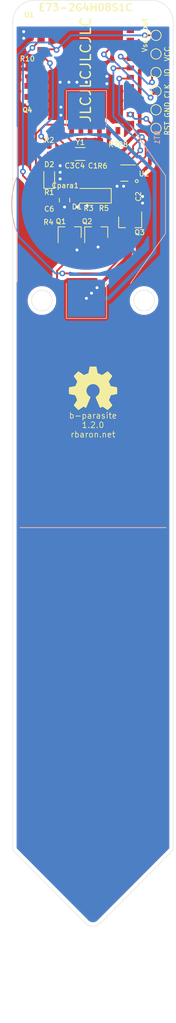
<source format=kicad_pcb>
(kicad_pcb (version 20171130) (host pcbnew "(5.1.2-1)-1")

  (general
    (thickness 1.6)
    (drawings 16)
    (tracks 258)
    (zones 0)
    (modules 32)
    (nets 34)
  )

  (page A4)
  (title_block
    (title b-parasite)
    (date 2021-09-12)
    (rev 1.2.0)
    (company rbaron.net)
  )

  (layers
    (0 F.Cu signal)
    (31 B.Cu signal)
    (32 B.Adhes user)
    (33 F.Adhes user)
    (34 B.Paste user)
    (35 F.Paste user)
    (36 B.SilkS user)
    (37 F.SilkS user)
    (38 B.Mask user)
    (39 F.Mask user)
    (40 Dwgs.User user)
    (41 Cmts.User user)
    (42 Eco1.User user hide)
    (43 Eco2.User user hide)
    (44 Edge.Cuts user)
    (45 Margin user)
    (46 B.CrtYd user)
    (47 F.CrtYd user)
    (48 B.Fab user)
    (49 F.Fab user)
  )

  (setup
    (last_trace_width 0.25)
    (user_trace_width 0.5)
    (user_trace_width 5)
    (user_trace_width 10)
    (trace_clearance 0.2)
    (zone_clearance 0.508)
    (zone_45_only no)
    (trace_min 0.15)
    (via_size 0.8)
    (via_drill 0.4)
    (via_min_size 0.4)
    (via_min_drill 0.3)
    (uvia_size 0.3)
    (uvia_drill 0.1)
    (uvias_allowed no)
    (uvia_min_size 0.2)
    (uvia_min_drill 0.1)
    (edge_width 0.05)
    (segment_width 0.2)
    (pcb_text_width 0.3)
    (pcb_text_size 1.5 1.5)
    (mod_edge_width 0.12)
    (mod_text_size 0.7 0.7)
    (mod_text_width 0.12)
    (pad_size 6 5.5)
    (pad_drill 0)
    (pad_to_mask_clearance 0.051)
    (solder_mask_min_width 0.25)
    (aux_axis_origin 0 0)
    (grid_origin 69 85)
    (visible_elements 7FFFFFFF)
    (pcbplotparams
      (layerselection 0x010fc_ffffffff)
      (usegerberextensions false)
      (usegerberattributes false)
      (usegerberadvancedattributes false)
      (creategerberjobfile false)
      (excludeedgelayer true)
      (linewidth 0.100000)
      (plotframeref false)
      (viasonmask false)
      (mode 1)
      (useauxorigin false)
      (hpglpennumber 1)
      (hpglpenspeed 20)
      (hpglpendiameter 15.000000)
      (psnegative false)
      (psa4output false)
      (plotreference true)
      (plotvalue true)
      (plotinvisibletext false)
      (padsonsilk false)
      (subtractmaskfromsilk false)
      (outputformat 1)
      (mirror false)
      (drillshape 0)
      (scaleselection 1)
      (outputdirectory "./"))
  )

  (net 0 "")
  (net 1 GND)
  (net 2 /Csen+)
  (net 3 /PWM)
  (net 4 "Net-(C6-Pad1)")
  (net 5 "Net-(Q2-Pad3)")
  (net 6 "Net-(Q1-Pad3)")
  (net 7 "Net-(BT1-Pad1)")
  (net 8 /SENS_OUT)
  (net 9 "Net-(D2-Pad2)")
  (net 10 +3V0)
  (net 11 /LED)
  (net 12 /FAST_DISCH_EN)
  (net 13 "Net-(TP1-Pad1)")
  (net 14 "Net-(TP2-Pad1)")
  (net 15 "Net-(TP5-Pad1)")
  (net 16 "Net-(U1-Pad41)")
  (net 17 "Net-(U1-Pad31)")
  (net 18 "Net-(U1-Pad29)")
  (net 19 "Net-(U1-Pad25)")
  (net 20 "Net-(U1-Pad10)")
  (net 21 "Net-(U1-Pad9)")
  (net 22 "Net-(U1-Pad6)")
  (net 23 /SCL)
  (net 24 /SDA)
  (net 25 "Net-(C3-Pad1)")
  (net 26 "Net-(C4-Pad2)")
  (net 27 "Net-(U1-Pad43)")
  (net 28 "Net-(U1-Pad27)")
  (net 29 "Net-(U1-Pad17)")
  (net 30 "Net-(U2-Pad5)")
  (net 31 /PHOTO_OUT)
  (net 32 /PHOTO_V)
  (net 33 "Net-(U1-Pad1)")

  (net_class Default "This is the default net class."
    (clearance 0.2)
    (trace_width 0.25)
    (via_dia 0.8)
    (via_drill 0.4)
    (uvia_dia 0.3)
    (uvia_drill 0.1)
    (add_net +3V0)
    (add_net /Csen+)
    (add_net /FAST_DISCH_EN)
    (add_net /LED)
    (add_net /PHOTO_OUT)
    (add_net /PHOTO_V)
    (add_net /PWM)
    (add_net /SCL)
    (add_net /SDA)
    (add_net /SENS_OUT)
    (add_net GND)
    (add_net "Net-(BT1-Pad1)")
    (add_net "Net-(C3-Pad1)")
    (add_net "Net-(C4-Pad2)")
    (add_net "Net-(C6-Pad1)")
    (add_net "Net-(D2-Pad2)")
    (add_net "Net-(Q1-Pad3)")
    (add_net "Net-(Q2-Pad3)")
    (add_net "Net-(TP1-Pad1)")
    (add_net "Net-(TP2-Pad1)")
    (add_net "Net-(TP5-Pad1)")
    (add_net "Net-(U1-Pad1)")
    (add_net "Net-(U1-Pad10)")
    (add_net "Net-(U1-Pad17)")
    (add_net "Net-(U1-Pad25)")
    (add_net "Net-(U1-Pad27)")
    (add_net "Net-(U1-Pad29)")
    (add_net "Net-(U1-Pad31)")
    (add_net "Net-(U1-Pad41)")
    (add_net "Net-(U1-Pad43)")
    (add_net "Net-(U1-Pad6)")
    (add_net "Net-(U1-Pad9)")
    (add_net "Net-(U2-Pad5)")
  )

  (module nrfmicro:E73-2G4M08S1C-52840 (layer F.Cu) (tedit 604B87B9) (tstamp 60AF623F)
    (at 67 45.2 90)
    (path /604C2391)
    (attr smd)
    (fp_text reference U1 (at 16.2 -7.75) (layer F.SilkS)
      (effects (font (size 0.7 0.7) (thickness 0.12)))
    )
    (fp_text value E73-2G4M08S1C-52840 (at 9.778775 -0.635467) (layer F.Fab)
      (effects (font (size 1 1) (thickness 0.15)))
    )
    (fp_line (start 18.034 -6.604) (end -0.127 -6.604) (layer F.Fab) (width 0.15))
    (fp_line (start 18.034 6.604) (end 18.034 -6.604) (layer F.Fab) (width 0.15))
    (fp_line (start -0.127 6.604) (end 18.034 6.604) (layer F.Fab) (width 0.15))
    (fp_line (start -0.127 -6.604) (end -0.127 6.604) (layer F.Fab) (width 0.15))
    (fp_text user E73-2G4M08S1C (at 17.2 0 180) (layer F.SilkS)
      (effects (font (size 1 1) (thickness 0.15)))
    )
    (pad 10 smd rect (at 2.6 -6.119 90) (size 0.65 1) (layers F.Cu F.Paste F.Mask)
      (net 20 "Net-(U1-Pad10)"))
    (pad 9 smd rect (at 3.87 -6.119 90) (size 0.65 1) (layers F.Cu F.Paste F.Mask)
      (net 21 "Net-(U1-Pad9)"))
    (pad 8 smd rect (at 5.14 -6.119 90) (size 0.65 1) (layers F.Cu F.Paste F.Mask)
      (net 32 /PHOTO_V))
    (pad 7 smd rect (at 6.41 -6.119 90) (size 0.65 1) (layers F.Cu F.Paste F.Mask)
      (net 31 /PHOTO_OUT))
    (pad 6 smd rect (at 7.68 -6.119 90) (size 0.65 1) (layers F.Cu F.Paste F.Mask)
      (net 22 "Net-(U1-Pad6)"))
    (pad 5 smd rect (at 8.95 -6.119 90) (size 0.65 1) (layers F.Cu F.Paste F.Mask)
      (net 1 GND))
    (pad 4 smd rect (at 10.22 -6.119 90) (size 0.65 1) (layers F.Cu F.Paste F.Mask)
      (net 11 /LED))
    (pad 3 smd rect (at 11.49 -6.119 90) (size 0.65 1) (layers F.Cu F.Paste F.Mask)
      (net 8 /SENS_OUT))
    (pad 2 smd rect (at 12.76 -6.119 90) (size 0.65 1) (layers F.Cu F.Paste F.Mask)
      (net 12 /FAST_DISCH_EN))
    (pad 1 smd rect (at 14.03 -6.119 90) (size 0.65 1) (layers F.Cu F.Paste F.Mask)
      (net 33 "Net-(U1-Pad1)"))
    (pad 31 smd rect (at 6.41 6.119 90) (size 0.65 1) (layers F.Cu F.Paste F.Mask)
      (net 17 "Net-(U1-Pad31)"))
    (pad 43 smd rect (at 14.03 6.119 90) (size 0.65 1) (layers F.Cu F.Paste F.Mask)
      (net 27 "Net-(U1-Pad43)"))
    (pad 33 smd rect (at 7.68 6.119 90) (size 0.65 1) (layers F.Cu F.Paste F.Mask)
      (net 23 /SCL))
    (pad 41 smd rect (at 12.76 6.119 90) (size 0.65 1) (layers F.Cu F.Paste F.Mask)
      (net 16 "Net-(U1-Pad41)"))
    (pad 39 smd rect (at 11.49 6.119 90) (size 0.65 1) (layers F.Cu F.Paste F.Mask)
      (net 14 "Net-(TP2-Pad1)"))
    (pad 37 smd rect (at 10.22 6.119 90) (size 0.65 1) (layers F.Cu F.Paste F.Mask)
      (net 13 "Net-(TP1-Pad1)"))
    (pad 29 smd rect (at 5.14 6.119 90) (size 0.65 1) (layers F.Cu F.Paste F.Mask)
      (net 18 "Net-(U1-Pad29)"))
    (pad 35 smd rect (at 8.95 6.119 90) (size 0.65 1) (layers F.Cu F.Paste F.Mask)
      (net 24 /SDA))
    (pad 27 smd rect (at 3.87 6.119 90) (size 0.65 1) (layers F.Cu F.Paste F.Mask)
      (net 28 "Net-(U1-Pad27)"))
    (pad 26 smd rect (at 2.6 6.119 90) (size 0.65 1) (layers F.Cu F.Paste F.Mask)
      (net 15 "Net-(TP5-Pad1)"))
    (pad 23 smd rect (at 0.381 3.15 180) (size 0.65 1) (layers F.Cu F.Paste F.Mask)
      (net 10 +3V0))
    (pad 11 smd rect (at 0.381 -4.47 180) (size 0.65 1) (layers F.Cu F.Paste F.Mask)
      (net 25 "Net-(C3-Pad1)"))
    (pad 21 smd rect (at 0.381 1.88 180) (size 0.65 1) (layers F.Cu F.Paste F.Mask)
      (net 1 GND))
    (pad 13 smd rect (at 0.381 -3.2 180) (size 0.65 1) (layers F.Cu F.Paste F.Mask)
      (net 26 "Net-(C4-Pad2)"))
    (pad 15 smd rect (at 0.381 -1.93 180) (size 0.65 1) (layers F.Cu F.Paste F.Mask)
      (net 3 /PWM))
    (pad 17 smd rect (at 0.381 -0.66 180) (size 0.65 1) (layers F.Cu F.Paste F.Mask)
      (net 29 "Net-(U1-Pad17)"))
    (pad 25 smd rect (at 0.381 4.42 180) (size 0.65 1) (layers F.Cu F.Paste F.Mask)
      (net 19 "Net-(U1-Pad25)"))
    (pad 19 smd rect (at 0.381 0.61 180) (size 0.65 1) (layers F.Cu F.Paste F.Mask)
      (net 10 +3V0))
  )

  (module snapeda:TR8 (layer F.Cu) (tedit 613DEAAD) (tstamp 613E474E)
    (at 59 39.45 90)
    (path /613F6CE6)
    (fp_text reference Q4 (at -2.55 0 180) (layer F.SilkS)
      (effects (font (size 0.64 0.64) (thickness 0.15)))
    )
    (fp_text value Q_Photo_NPN (at 8.9728 1.4064 90) (layer F.Fab)
      (effects (font (size 0.64 0.64) (thickness 0.15)))
    )
    (fp_circle (center -1.75 0) (end -1.65 0) (layer F.Fab) (width 0.2))
    (fp_circle (center -1.75 0) (end -1.65 0) (layer F.SilkS) (width 0.2))
    (fp_line (start 1.4 -0.65) (end -1.4 -0.65) (layer F.CrtYd) (width 0.05))
    (fp_line (start 1.4 0.65) (end 1.4 -0.65) (layer F.CrtYd) (width 0.05))
    (fp_line (start -1.4 0.65) (end 1.4 0.65) (layer F.CrtYd) (width 0.05))
    (fp_line (start -1.4 -0.65) (end -1.4 0.65) (layer F.CrtYd) (width 0.05))
    (fp_line (start 0.85 0.4) (end 0.85 -0.4) (layer F.Fab) (width 0.127))
    (fp_line (start -0.85 -0.4) (end -0.85 0.4) (layer F.Fab) (width 0.127))
    (fp_line (start 0.85 -0.4) (end -0.85 -0.4) (layer F.Fab) (width 0.127))
    (fp_line (start -0.85 0.4) (end 0.85 0.4) (layer F.Fab) (width 0.127))
    (pad 2 smd rect (at 0.75 0 90) (size 0.8 0.8) (layers F.Cu F.Paste F.Mask)
      (net 31 /PHOTO_OUT))
    (pad 1 smd rect (at -0.75 0 90) (size 0.8 0.8) (layers F.Cu F.Paste F.Mask)
      (net 32 /PHOTO_V))
  )

  (module Symbol:OSHW-Symbol_6.7x6mm_SilkScreen locked (layer F.Cu) (tedit 0) (tstamp 604CBA6D)
    (at 68 80)
    (descr "Open Source Hardware Symbol")
    (tags "Logo Symbol OSHW")
    (attr virtual)
    (fp_text reference REF** (at 0 0) (layer F.SilkS) hide
      (effects (font (size 1 1) (thickness 0.15)))
    )
    (fp_text value OSHW-Symbol_6.7x6mm_SilkScreen (at 0.75 0) (layer F.Fab) hide
      (effects (font (size 1 1) (thickness 0.15)))
    )
    (fp_poly (pts (xy 0.555814 -2.531069) (xy 0.639635 -2.086445) (xy 0.94892 -1.958947) (xy 1.258206 -1.831449)
      (xy 1.629246 -2.083754) (xy 1.733157 -2.154004) (xy 1.827087 -2.216728) (xy 1.906652 -2.269062)
      (xy 1.96747 -2.308143) (xy 2.005157 -2.331107) (xy 2.015421 -2.336058) (xy 2.03391 -2.323324)
      (xy 2.07342 -2.288118) (xy 2.129522 -2.234938) (xy 2.197787 -2.168282) (xy 2.273786 -2.092646)
      (xy 2.353092 -2.012528) (xy 2.431275 -1.932426) (xy 2.503907 -1.856836) (xy 2.566559 -1.790255)
      (xy 2.614803 -1.737182) (xy 2.64421 -1.702113) (xy 2.651241 -1.690377) (xy 2.641123 -1.66874)
      (xy 2.612759 -1.621338) (xy 2.569129 -1.552807) (xy 2.513218 -1.467785) (xy 2.448006 -1.370907)
      (xy 2.410219 -1.31565) (xy 2.341343 -1.214752) (xy 2.28014 -1.123701) (xy 2.229578 -1.04703)
      (xy 2.192628 -0.989272) (xy 2.172258 -0.954957) (xy 2.169197 -0.947746) (xy 2.176136 -0.927252)
      (xy 2.195051 -0.879487) (xy 2.223087 -0.811168) (xy 2.257391 -0.729011) (xy 2.295109 -0.63973)
      (xy 2.333387 -0.550042) (xy 2.36937 -0.466662) (xy 2.400206 -0.396306) (xy 2.423039 -0.34569)
      (xy 2.435017 -0.321529) (xy 2.435724 -0.320578) (xy 2.454531 -0.315964) (xy 2.504618 -0.305672)
      (xy 2.580793 -0.290713) (xy 2.677865 -0.272099) (xy 2.790643 -0.250841) (xy 2.856442 -0.238582)
      (xy 2.97695 -0.215638) (xy 3.085797 -0.193805) (xy 3.177476 -0.174278) (xy 3.246481 -0.158252)
      (xy 3.287304 -0.146921) (xy 3.295511 -0.143326) (xy 3.303548 -0.118994) (xy 3.310033 -0.064041)
      (xy 3.31497 0.015108) (xy 3.318364 0.112026) (xy 3.320218 0.220287) (xy 3.320538 0.333465)
      (xy 3.319327 0.445135) (xy 3.31659 0.548868) (xy 3.312331 0.638241) (xy 3.306555 0.706826)
      (xy 3.299267 0.748197) (xy 3.294895 0.75681) (xy 3.268764 0.767133) (xy 3.213393 0.781892)
      (xy 3.136107 0.799352) (xy 3.04423 0.81778) (xy 3.012158 0.823741) (xy 2.857524 0.852066)
      (xy 2.735375 0.874876) (xy 2.641673 0.89308) (xy 2.572384 0.907583) (xy 2.523471 0.919292)
      (xy 2.490897 0.929115) (xy 2.470628 0.937956) (xy 2.458626 0.946724) (xy 2.456947 0.948457)
      (xy 2.440184 0.976371) (xy 2.414614 1.030695) (xy 2.382788 1.104777) (xy 2.34726 1.191965)
      (xy 2.310583 1.285608) (xy 2.275311 1.379052) (xy 2.243996 1.465647) (xy 2.219193 1.53874)
      (xy 2.203454 1.591678) (xy 2.199332 1.617811) (xy 2.199676 1.618726) (xy 2.213641 1.640086)
      (xy 2.245322 1.687084) (xy 2.291391 1.754827) (xy 2.348518 1.838423) (xy 2.413373 1.932982)
      (xy 2.431843 1.959854) (xy 2.497699 2.057275) (xy 2.55565 2.146163) (xy 2.602538 2.221412)
      (xy 2.635207 2.27792) (xy 2.6505 2.310581) (xy 2.651241 2.314593) (xy 2.638392 2.335684)
      (xy 2.602888 2.377464) (xy 2.549293 2.435445) (xy 2.482171 2.505135) (xy 2.406087 2.582045)
      (xy 2.325604 2.661683) (xy 2.245287 2.739561) (xy 2.169699 2.811186) (xy 2.103405 2.87207)
      (xy 2.050969 2.917721) (xy 2.016955 2.94365) (xy 2.007545 2.947883) (xy 1.985643 2.937912)
      (xy 1.9408 2.91102) (xy 1.880321 2.871736) (xy 1.833789 2.840117) (xy 1.749475 2.782098)
      (xy 1.649626 2.713784) (xy 1.549473 2.645579) (xy 1.495627 2.609075) (xy 1.313371 2.4858)
      (xy 1.160381 2.56852) (xy 1.090682 2.604759) (xy 1.031414 2.632926) (xy 0.991311 2.648991)
      (xy 0.981103 2.651226) (xy 0.968829 2.634722) (xy 0.944613 2.588082) (xy 0.910263 2.515609)
      (xy 0.867588 2.421606) (xy 0.818394 2.310374) (xy 0.76449 2.186215) (xy 0.707684 2.053432)
      (xy 0.649782 1.916327) (xy 0.592593 1.779202) (xy 0.537924 1.646358) (xy 0.487584 1.522098)
      (xy 0.44338 1.410725) (xy 0.407119 1.316539) (xy 0.380609 1.243844) (xy 0.365658 1.196941)
      (xy 0.363254 1.180833) (xy 0.382311 1.160286) (xy 0.424036 1.126933) (xy 0.479706 1.087702)
      (xy 0.484378 1.084599) (xy 0.628264 0.969423) (xy 0.744283 0.835053) (xy 0.83143 0.685784)
      (xy 0.888699 0.525913) (xy 0.915086 0.359737) (xy 0.909585 0.191552) (xy 0.87119 0.025655)
      (xy 0.798895 -0.133658) (xy 0.777626 -0.168513) (xy 0.666996 -0.309263) (xy 0.536302 -0.422286)
      (xy 0.390064 -0.506997) (xy 0.232808 -0.562806) (xy 0.069057 -0.589126) (xy -0.096667 -0.58537)
      (xy -0.259838 -0.55095) (xy -0.415935 -0.485277) (xy -0.560433 -0.387765) (xy -0.605131 -0.348187)
      (xy -0.718888 -0.224297) (xy -0.801782 -0.093876) (xy -0.858644 0.052315) (xy -0.890313 0.197088)
      (xy -0.898131 0.35986) (xy -0.872062 0.52344) (xy -0.814755 0.682298) (xy -0.728856 0.830906)
      (xy -0.617014 0.963735) (xy -0.481877 1.075256) (xy -0.464117 1.087011) (xy -0.40785 1.125508)
      (xy -0.365077 1.158863) (xy -0.344628 1.18016) (xy -0.344331 1.180833) (xy -0.348721 1.203871)
      (xy -0.366124 1.256157) (xy -0.394732 1.33339) (xy -0.432735 1.431268) (xy -0.478326 1.545491)
      (xy -0.529697 1.671758) (xy -0.585038 1.805767) (xy -0.642542 1.943218) (xy -0.700399 2.079808)
      (xy -0.756802 2.211237) (xy -0.809942 2.333205) (xy -0.85801 2.441409) (xy -0.899199 2.531549)
      (xy -0.931699 2.599323) (xy -0.953703 2.64043) (xy -0.962564 2.651226) (xy -0.98964 2.642819)
      (xy -1.040303 2.620272) (xy -1.105817 2.587613) (xy -1.141841 2.56852) (xy -1.294832 2.4858)
      (xy -1.477088 2.609075) (xy -1.570125 2.672228) (xy -1.671985 2.741727) (xy -1.767438 2.807165)
      (xy -1.81525 2.840117) (xy -1.882495 2.885273) (xy -1.939436 2.921057) (xy -1.978646 2.942938)
      (xy -1.991381 2.947563) (xy -2.009917 2.935085) (xy -2.050941 2.900252) (xy -2.110475 2.846678)
      (xy -2.184542 2.777983) (xy -2.269165 2.697781) (xy -2.322685 2.646286) (xy -2.416319 2.554286)
      (xy -2.497241 2.471999) (xy -2.562177 2.402945) (xy -2.607858 2.350644) (xy -2.631011 2.318616)
      (xy -2.633232 2.312116) (xy -2.622924 2.287394) (xy -2.594439 2.237405) (xy -2.550937 2.167212)
      (xy -2.495577 2.081875) (xy -2.43152 1.986456) (xy -2.413303 1.959854) (xy -2.346927 1.863167)
      (xy -2.287378 1.776117) (xy -2.237984 1.703595) (xy -2.202075 1.650493) (xy -2.182981 1.621703)
      (xy -2.181136 1.618726) (xy -2.183895 1.595782) (xy -2.198538 1.545336) (xy -2.222513 1.474041)
      (xy -2.253266 1.388547) (xy -2.288244 1.295507) (xy -2.324893 1.201574) (xy -2.360661 1.113399)
      (xy -2.392994 1.037634) (xy -2.419338 0.980931) (xy -2.437142 0.949943) (xy -2.438407 0.948457)
      (xy -2.449294 0.939601) (xy -2.467682 0.930843) (xy -2.497606 0.921277) (xy -2.543103 0.909996)
      (xy -2.608209 0.896093) (xy -2.696961 0.878663) (xy -2.813393 0.856798) (xy -2.961542 0.829591)
      (xy -2.993618 0.823741) (xy -3.088686 0.805374) (xy -3.171565 0.787405) (xy -3.23493 0.771569)
      (xy -3.271458 0.7596) (xy -3.276356 0.75681) (xy -3.284427 0.732072) (xy -3.290987 0.67679)
      (xy -3.296033 0.597389) (xy -3.299559 0.500296) (xy -3.301561 0.391938) (xy -3.302036 0.27874)
      (xy -3.300977 0.167128) (xy -3.298382 0.063529) (xy -3.294246 -0.025632) (xy -3.288563 -0.093928)
      (xy -3.281331 -0.134934) (xy -3.276971 -0.143326) (xy -3.252698 -0.151792) (xy -3.197426 -0.165565)
      (xy -3.116662 -0.18345) (xy -3.015912 -0.204252) (xy -2.900683 -0.226777) (xy -2.837902 -0.238582)
      (xy -2.718787 -0.260849) (xy -2.612565 -0.281021) (xy -2.524427 -0.298085) (xy -2.459566 -0.311031)
      (xy -2.423174 -0.318845) (xy -2.417184 -0.320578) (xy -2.407061 -0.34011) (xy -2.385662 -0.387157)
      (xy -2.355839 -0.454997) (xy -2.320445 -0.536909) (xy -2.282332 -0.626172) (xy -2.244353 -0.716065)
      (xy -2.20936 -0.799865) (xy -2.180206 -0.870853) (xy -2.159743 -0.922306) (xy -2.150823 -0.947503)
      (xy -2.150657 -0.948604) (xy -2.160769 -0.968481) (xy -2.189117 -1.014223) (xy -2.232723 -1.081283)
      (xy -2.288606 -1.165116) (xy -2.353787 -1.261174) (xy -2.391679 -1.31635) (xy -2.460725 -1.417519)
      (xy -2.52205 -1.50937) (xy -2.572663 -1.587256) (xy -2.609571 -1.646531) (xy -2.629782 -1.682549)
      (xy -2.632701 -1.690623) (xy -2.620153 -1.709416) (xy -2.585463 -1.749543) (xy -2.533063 -1.806507)
      (xy -2.467384 -1.875815) (xy -2.392856 -1.952969) (xy -2.313913 -2.033475) (xy -2.234983 -2.112837)
      (xy -2.1605 -2.18656) (xy -2.094894 -2.250148) (xy -2.042596 -2.299106) (xy -2.008039 -2.328939)
      (xy -1.996478 -2.336058) (xy -1.977654 -2.326047) (xy -1.932631 -2.297922) (xy -1.865787 -2.254546)
      (xy -1.781499 -2.198782) (xy -1.684144 -2.133494) (xy -1.610707 -2.083754) (xy -1.239667 -1.831449)
      (xy -0.621095 -2.086445) (xy -0.537275 -2.531069) (xy -0.453454 -2.975693) (xy 0.471994 -2.975693)
      (xy 0.555814 -2.531069)) (layer F.SilkS) (width 0.01))
  )

  (module Resistor_SMD:R_0402_1005Metric (layer F.Cu) (tedit 5B301BBD) (tstamp 60AF6667)
    (at 59 36.915 270)
    (descr "Resistor SMD 0402 (1005 Metric), square (rectangular) end terminal, IPC_7351 nominal, (Body size source: http://www.tortai-tech.com/upload/download/2011102023233369053.pdf), generated with kicad-footprint-generator")
    (tags resistor)
    (path /60AEBA02)
    (attr smd)
    (fp_text reference R10 (at -1.915 0 180) (layer F.SilkS)
      (effects (font (size 0.7 0.7) (thickness 0.12)))
    )
    (fp_text value 220 (at 0 0.95 90) (layer F.Fab)
      (effects (font (size 0.7 0.7) (thickness 0.12)))
    )
    (fp_line (start -0.5 0.25) (end -0.5 -0.25) (layer F.Fab) (width 0.1))
    (fp_line (start -0.5 -0.25) (end 0.5 -0.25) (layer F.Fab) (width 0.1))
    (fp_line (start 0.5 -0.25) (end 0.5 0.25) (layer F.Fab) (width 0.1))
    (fp_line (start 0.5 0.25) (end -0.5 0.25) (layer F.Fab) (width 0.1))
    (fp_line (start -0.93 0.47) (end -0.93 -0.47) (layer F.CrtYd) (width 0.05))
    (fp_line (start -0.93 -0.47) (end 0.93 -0.47) (layer F.CrtYd) (width 0.05))
    (fp_line (start 0.93 -0.47) (end 0.93 0.47) (layer F.CrtYd) (width 0.05))
    (fp_line (start 0.93 0.47) (end -0.93 0.47) (layer F.CrtYd) (width 0.05))
    (fp_text user %R (at 0 0 90) (layer F.Fab)
      (effects (font (size 0.25 0.25) (thickness 0.04)))
    )
    (pad 2 smd roundrect (at 0.485 0 270) (size 0.59 0.64) (layers F.Cu F.Paste F.Mask) (roundrect_rratio 0.25)
      (net 31 /PHOTO_OUT))
    (pad 1 smd roundrect (at -0.485 0 270) (size 0.59 0.64) (layers F.Cu F.Paste F.Mask) (roundrect_rratio 0.25)
      (net 1 GND))
    (model ${KISYS3DMOD}/Resistor_SMD.3dshapes/R_0402_1005Metric.wrl
      (at (xyz 0 0 0))
      (scale (xyz 1 1 1))
      (rotate (xyz 0 0 0))
    )
  )

  (module kicad:Sensirion_DFN-4-1EP_2x2mm_P1mm_EP0.7x1.6mm (layer F.Cu) (tedit 5DC7035C) (tstamp 604C6CC1)
    (at 72.8 50.6 180)
    (descr "DFN, 4 Pin (https://www.sensirion.com/fileadmin/user_upload/customers/sensirion/Dokumente/0_Datasheets/Humidity/Sensirion_Humidity_Sensors_SHTC3_Datasheet.pdf)")
    (tags "Sensirion DFN NoLead")
    (path /6052CFBE)
    (attr smd)
    (fp_text reference U2 (at -2.2 -0.1) (layer F.SilkS)
      (effects (font (size 0.7 0.7) (thickness 0.12)))
    )
    (fp_text value SHTC3 (at 0 1.95) (layer F.Fab)
      (effects (font (size 1 1) (thickness 0.15)))
    )
    (fp_line (start 0 -1.11) (end 1 -1.11) (layer F.SilkS) (width 0.12))
    (fp_line (start -1 1.11) (end 1 1.11) (layer F.SilkS) (width 0.12))
    (fp_line (start -0.5 -1) (end 1 -1) (layer F.Fab) (width 0.1))
    (fp_line (start 1 -1) (end 1 1) (layer F.Fab) (width 0.1))
    (fp_line (start 1 1) (end -1 1) (layer F.Fab) (width 0.1))
    (fp_line (start -1 1) (end -1 -0.5) (layer F.Fab) (width 0.1))
    (fp_line (start -1 -0.5) (end -0.5 -1) (layer F.Fab) (width 0.1))
    (fp_line (start -1.45 -1.25) (end -1.45 1.25) (layer F.CrtYd) (width 0.05))
    (fp_line (start -1.45 1.25) (end 1.45 1.25) (layer F.CrtYd) (width 0.05))
    (fp_line (start 1.45 1.25) (end 1.45 -1.25) (layer F.CrtYd) (width 0.05))
    (fp_line (start 1.45 -1.25) (end -1.45 -1.25) (layer F.CrtYd) (width 0.05))
    (fp_text user %R (at 0 0) (layer F.Fab)
      (effects (font (size 0.7 0.7) (thickness 0.12)))
    )
    (pad "" smd roundrect (at 0 0 180) (size 0.5 1.4) (layers F.Paste) (roundrect_rratio 0.25))
    (pad "" smd roundrect (at 1.025 -0.5) (size 0.55 0.35) (layers F.Paste) (roundrect_rratio 0.25))
    (pad "" smd roundrect (at 1.025 0.5) (size 0.55 0.35) (layers F.Paste) (roundrect_rratio 0.25))
    (pad "" smd roundrect (at -1.025 0.5 180) (size 0.55 0.35) (layers F.Paste) (roundrect_rratio 0.25))
    (pad "" smd roundrect (at -1.025 -0.5 180) (size 0.55 0.35) (layers F.Paste) (roundrect_rratio 0.25))
    (pad 5 smd roundrect (at 0 0 180) (size 0.7 1.6) (layers F.Cu F.Mask) (roundrect_rratio 0.25)
      (net 30 "Net-(U2-Pad5)"))
    (pad 4 smd roundrect (at 0.925 -0.5 180) (size 0.55 0.35) (layers F.Cu F.Mask) (roundrect_rratio 0.25)
      (net 1 GND))
    (pad 3 smd roundrect (at 0.925 0.5 180) (size 0.55 0.35) (layers F.Cu F.Mask) (roundrect_rratio 0.25)
      (net 24 /SDA))
    (pad 2 smd roundrect (at -0.925 0.5 180) (size 0.55 0.35) (layers F.Cu F.Mask) (roundrect_rratio 0.25)
      (net 23 /SCL))
    (pad 1 smd roundrect (at -0.925 -0.5 180) (size 0.55 0.35) (layers F.Cu F.Mask) (roundrect_rratio 0.25)
      (net 10 +3V0))
    (model ${KISYS3DMOD}/Sensor_Humidity.3dshapes/Sensirion_DFN-4-1EP_2x2mm_P1mm_EP0.7x1.6mm.wrl
      (at (xyz 0 0 0))
      (scale (xyz 1 1 1))
      (rotate (xyz 0 0 0))
    )
  )

  (module kicad:BatteryHolder_Keystone_3002_1x2032 (layer B.Cu) (tedit 5D9C7E9A) (tstamp 60358E5D)
    (at 67.1 54.9 270)
    (descr https://www.tme.eu/it/Document/a823211ec201a9e209042d155fe22d2b/KEYS2996.pdf)
    (tags "BR2016 CR2016 DL2016 BR2020 CL2020 BR2025 CR2025 DL2025 DR2032 CR2032 DL2032")
    (path /60386A6F)
    (attr smd)
    (fp_text reference BT1 (at -9.15 -9.7 90) (layer B.SilkS)
      (effects (font (size 0.7 0.7) (thickness 0.12)) (justify mirror))
    )
    (fp_text value Battery_Cell (at 0 11 90) (layer B.Fab)
      (effects (font (size 1 1) (thickness 0.15)) (justify mirror))
    )
    (fp_line (start 15.55 2.75) (end 10.75 2.75) (layer B.SilkS) (width 0.12))
    (fp_line (start 15.55 -2.75) (end 15.55 2.75) (layer B.SilkS) (width 0.12))
    (fp_line (start 10.75 -2.75) (end 15.55 -2.75) (layer B.SilkS) (width 0.12))
    (fp_line (start -15.55 -2.75) (end -10.75 -2.75) (layer B.SilkS) (width 0.12))
    (fp_line (start -15.55 2.75) (end -15.55 -2.75) (layer B.SilkS) (width 0.12))
    (fp_line (start -10.75 2.75) (end -15.55 2.75) (layer B.SilkS) (width 0.12))
    (fp_line (start -15.85 -3.05) (end -15.85 3.05) (layer B.CrtYd) (width 0.05))
    (fp_line (start -11.05 -3.05) (end -15.85 -3.05) (layer B.CrtYd) (width 0.05))
    (fp_line (start -11.05 -6.35) (end -11.05 -3.05) (layer B.CrtYd) (width 0.05))
    (fp_line (start -4.3 -11.1) (end -11.05 -6.35) (layer B.CrtYd) (width 0.05))
    (fp_line (start 4.3 -11.1) (end -4.3 -11.1) (layer B.CrtYd) (width 0.05))
    (fp_line (start 11.05 -6.35) (end 4.3 -11.1) (layer B.CrtYd) (width 0.05))
    (fp_line (start 11.05 -3.05) (end 11.05 -6.35) (layer B.CrtYd) (width 0.05))
    (fp_line (start 15.85 -3.05) (end 11.05 -3.05) (layer B.CrtYd) (width 0.05))
    (fp_line (start 15.85 3.05) (end 15.85 -3.05) (layer B.CrtYd) (width 0.05))
    (fp_line (start 11.05 3.05) (end 15.85 3.05) (layer B.CrtYd) (width 0.05))
    (fp_line (start 11.05 9.8) (end 11.05 3.05) (layer B.CrtYd) (width 0.05))
    (fp_line (start 11.05 9.8) (end 3.9 9.8) (layer B.CrtYd) (width 0.05))
    (fp_line (start -11.05 9.8) (end -3.9 9.8) (layer B.CrtYd) (width 0.05))
    (fp_line (start -11.05 3.05) (end -11.05 9.8) (layer B.CrtYd) (width 0.05))
    (fp_line (start -15.85 3.05) (end -11.05 3.05) (layer B.CrtYd) (width 0.05))
    (fp_line (start 10.55 9.5) (end 3.85 9.5) (layer B.SilkS) (width 0.12))
    (fp_line (start -10.55 9.5) (end -3.85 9.5) (layer B.SilkS) (width 0.12))
    (fp_circle (center 0 0) (end 10 0) (layer Dwgs.User) (width 0.2))
    (fp_line (start 10.55 -5.9) (end 3.8 -10.6) (layer B.Fab) (width 0.1))
    (fp_line (start 3.95 -10.85) (end 10.75 -6.05) (layer B.SilkS) (width 0.12))
    (fp_line (start -3.95 -10.85) (end 3.95 -10.85) (layer B.SilkS) (width 0.12))
    (fp_line (start -10.8 -6.05) (end -3.95 -10.85) (layer B.SilkS) (width 0.12))
    (fp_line (start -10.55 -5.85) (end -3.8 -10.6) (layer B.Fab) (width 0.1))
    (fp_line (start -10.55 2.55) (end -10.55 9.3) (layer B.Fab) (width 0.1))
    (fp_line (start 10.55 9.3) (end -10.55 9.3) (layer B.Fab) (width 0.1))
    (fp_line (start 10.55 2.55) (end 10.55 9.3) (layer B.Fab) (width 0.1))
    (fp_line (start 15.35 2.55) (end 10.55 2.55) (layer B.Fab) (width 0.1))
    (fp_line (start 15.35 -2.55) (end 15.35 2.55) (layer B.Fab) (width 0.1))
    (fp_line (start 10.55 -2.55) (end 15.35 -2.55) (layer B.Fab) (width 0.1))
    (fp_line (start -3.8 -10.6) (end 3.8 -10.6) (layer B.Fab) (width 0.1))
    (fp_line (start 10.55 -2.55) (end 10.55 -5.9) (layer B.Fab) (width 0.1))
    (fp_line (start -10.55 -2.55) (end -10.55 -5.85) (layer B.Fab) (width 0.1))
    (fp_line (start -15.35 2.55) (end -10.55 2.55) (layer B.Fab) (width 0.1))
    (fp_line (start -15.35 -2.55) (end -10.55 -2.55) (layer B.Fab) (width 0.1))
    (fp_line (start -15.35 2.55) (end -15.35 -2.55) (layer B.Fab) (width 0.1))
    (fp_arc (start 0 0) (end 3.85 9.5) (angle 44.1) (layer B.SilkS) (width 0.12))
    (fp_arc (start 0 0) (end 3.9 9.8) (angle 43.40107348) (layer B.CrtYd) (width 0.05))
    (fp_text user %R (at -9.15 -9.7 90) (layer B.Fab)
      (effects (font (size 0.7 0.7) (thickness 0.12)) (justify mirror))
    )
    (pad 2 smd circle (at 0 0 270) (size 17.8 17.8) (layers B.Cu B.Mask)
      (net 1 GND))
    (pad 1 smd rect (at -12.8 0 270) (size 5.1 5.1) (layers B.Cu B.Paste B.Mask)
      (net 7 "Net-(BT1-Pad1)"))
    (pad 1 smd rect (at 12.8 0 270) (size 5.1 5.1) (layers B.Cu B.Paste B.Mask)
      (net 7 "Net-(BT1-Pad1)"))
    (model ${KISYS3DMOD}/Battery.3dshapes/BatteryHolder_Keystone_3002_1x2032.wrl
      (at (xyz 0 0 0))
      (scale (xyz 1 1 1))
      (rotate (xyz 0 0 0))
    )
  )

  (module Crystal:Crystal_SMD_3215-2Pin_3.2x1.5mm (layer F.Cu) (tedit 5A0FD1B2) (tstamp 604C1116)
    (at 66.25 48 180)
    (descr "SMD Crystal FC-135 https://support.epson.biz/td/api/doc_check.php?dl=brief_FC-135R_en.pdf")
    (tags "SMD SMT Crystal")
    (path /604E7179)
    (attr smd)
    (fp_text reference Y1 (at 0 1.6) (layer F.SilkS)
      (effects (font (size 0.7 0.7) (thickness 0.12)))
    )
    (fp_text value 32.768kHz (at 0 2) (layer F.Fab)
      (effects (font (size 1 1) (thickness 0.15)))
    )
    (fp_line (start -2 -1.15) (end 2 -1.15) (layer F.CrtYd) (width 0.05))
    (fp_line (start -1.6 -0.75) (end -1.6 0.75) (layer F.Fab) (width 0.1))
    (fp_line (start -0.675 0.875) (end 0.675 0.875) (layer F.SilkS) (width 0.12))
    (fp_line (start -0.675 -0.875) (end 0.675 -0.875) (layer F.SilkS) (width 0.12))
    (fp_line (start 1.6 -0.75) (end 1.6 0.75) (layer F.Fab) (width 0.1))
    (fp_line (start -1.6 -0.75) (end 1.6 -0.75) (layer F.Fab) (width 0.1))
    (fp_line (start -1.6 0.75) (end 1.6 0.75) (layer F.Fab) (width 0.1))
    (fp_line (start -2 1.15) (end 2 1.15) (layer F.CrtYd) (width 0.05))
    (fp_line (start -2 -1.15) (end -2 1.15) (layer F.CrtYd) (width 0.05))
    (fp_line (start 2 -1.15) (end 2 1.15) (layer F.CrtYd) (width 0.05))
    (fp_text user %R (at 0 -0.4) (layer F.Fab)
      (effects (font (size 0.7 0.7) (thickness 0.12)))
    )
    (pad 2 smd rect (at -1.25 0 180) (size 1 1.8) (layers F.Cu F.Paste F.Mask)
      (net 26 "Net-(C4-Pad2)"))
    (pad 1 smd rect (at 1.25 0 180) (size 1 1.8) (layers F.Cu F.Paste F.Mask)
      (net 25 "Net-(C3-Pad1)"))
    (model ${KISYS3DMOD}/Crystal.3dshapes/Crystal_SMD_3215-2Pin_3.2x1.5mm.wrl
      (at (xyz 0 0 0))
      (scale (xyz 1 1 1))
      (rotate (xyz 0 0 0))
    )
  )

  (module Resistor_SMD:R_0402_1005Metric (layer F.Cu) (tedit 5B301BBD) (tstamp 604C346C)
    (at 72.1 48.085 270)
    (descr "Resistor SMD 0402 (1005 Metric), square (rectangular) end terminal, IPC_7351 nominal, (Body size source: http://www.tortai-tech.com/upload/download/2011102023233369053.pdf), generated with kicad-footprint-generator")
    (tags resistor)
    (path /60372D0F)
    (attr smd)
    (fp_text reference R8 (at -1.385 0 180) (layer F.SilkS)
      (effects (font (size 0.7 0.7) (thickness 0.12)))
    )
    (fp_text value 10k (at 0 1.17 90) (layer F.Fab)
      (effects (font (size 1 1) (thickness 0.15)))
    )
    (fp_line (start -0.5 0.25) (end -0.5 -0.25) (layer F.Fab) (width 0.1))
    (fp_line (start -0.5 -0.25) (end 0.5 -0.25) (layer F.Fab) (width 0.1))
    (fp_line (start 0.5 -0.25) (end 0.5 0.25) (layer F.Fab) (width 0.1))
    (fp_line (start 0.5 0.25) (end -0.5 0.25) (layer F.Fab) (width 0.1))
    (fp_line (start -0.93 0.47) (end -0.93 -0.47) (layer F.CrtYd) (width 0.05))
    (fp_line (start -0.93 -0.47) (end 0.93 -0.47) (layer F.CrtYd) (width 0.05))
    (fp_line (start 0.93 -0.47) (end 0.93 0.47) (layer F.CrtYd) (width 0.05))
    (fp_line (start 0.93 0.47) (end -0.93 0.47) (layer F.CrtYd) (width 0.05))
    (fp_text user %R (at 0 0 90) (layer F.Fab)
      (effects (font (size 0.7 0.7) (thickness 0.12)))
    )
    (pad 2 smd roundrect (at 0.485 0 270) (size 0.59 0.64) (layers F.Cu F.Paste F.Mask) (roundrect_rratio 0.25)
      (net 23 /SCL))
    (pad 1 smd roundrect (at -0.485 0 270) (size 0.59 0.64) (layers F.Cu F.Paste F.Mask) (roundrect_rratio 0.25)
      (net 10 +3V0))
    (model ${KISYS3DMOD}/Resistor_SMD.3dshapes/R_0402_1005Metric.wrl
      (at (xyz 0 0 0))
      (scale (xyz 1 1 1))
      (rotate (xyz 0 0 0))
    )
  )

  (module Resistor_SMD:R_0402_1005Metric (layer F.Cu) (tedit 5B301BBD) (tstamp 604C3442)
    (at 70.7 48.085 90)
    (descr "Resistor SMD 0402 (1005 Metric), square (rectangular) end terminal, IPC_7351 nominal, (Body size source: http://www.tortai-tech.com/upload/download/2011102023233369053.pdf), generated with kicad-footprint-generator")
    (tags resistor)
    (path /6037481E)
    (attr smd)
    (fp_text reference R7 (at 1.385 0.1 180) (layer F.SilkS)
      (effects (font (size 0.7 0.7) (thickness 0.12)))
    )
    (fp_text value 10k (at 0 1.17 90) (layer F.Fab)
      (effects (font (size 1 1) (thickness 0.15)))
    )
    (fp_line (start -0.5 0.25) (end -0.5 -0.25) (layer F.Fab) (width 0.1))
    (fp_line (start -0.5 -0.25) (end 0.5 -0.25) (layer F.Fab) (width 0.1))
    (fp_line (start 0.5 -0.25) (end 0.5 0.25) (layer F.Fab) (width 0.1))
    (fp_line (start 0.5 0.25) (end -0.5 0.25) (layer F.Fab) (width 0.1))
    (fp_line (start -0.93 0.47) (end -0.93 -0.47) (layer F.CrtYd) (width 0.05))
    (fp_line (start -0.93 -0.47) (end 0.93 -0.47) (layer F.CrtYd) (width 0.05))
    (fp_line (start 0.93 -0.47) (end 0.93 0.47) (layer F.CrtYd) (width 0.05))
    (fp_line (start 0.93 0.47) (end -0.93 0.47) (layer F.CrtYd) (width 0.05))
    (fp_text user %R (at 0 0 90) (layer F.Fab)
      (effects (font (size 0.7 0.7) (thickness 0.12)))
    )
    (pad 2 smd roundrect (at 0.485 0 90) (size 0.59 0.64) (layers F.Cu F.Paste F.Mask) (roundrect_rratio 0.25)
      (net 10 +3V0))
    (pad 1 smd roundrect (at -0.485 0 90) (size 0.59 0.64) (layers F.Cu F.Paste F.Mask) (roundrect_rratio 0.25)
      (net 24 /SDA))
    (model ${KISYS3DMOD}/Resistor_SMD.3dshapes/R_0402_1005Metric.wrl
      (at (xyz 0 0 0))
      (scale (xyz 1 1 1))
      (rotate (xyz 0 0 0))
    )
  )

  (module Resistor_SMD:R_0402_1005Metric (layer F.Cu) (tedit 5B301BBD) (tstamp 600D4E5C)
    (at 69.3 50.915 90)
    (descr "Resistor SMD 0402 (1005 Metric), square (rectangular) end terminal, IPC_7351 nominal, (Body size source: http://www.tortai-tech.com/upload/download/2011102023233369053.pdf), generated with kicad-footprint-generator")
    (tags resistor)
    (path /600E7750)
    (attr smd)
    (fp_text reference R6 (at 1.285 0 180) (layer F.SilkS)
      (effects (font (size 0.7 0.7) (thickness 0.12)))
    )
    (fp_text value 1M (at 0 1.17 90) (layer F.Fab)
      (effects (font (size 1 1) (thickness 0.15)))
    )
    (fp_line (start -0.5 0.25) (end -0.5 -0.25) (layer F.Fab) (width 0.1))
    (fp_line (start -0.5 -0.25) (end 0.5 -0.25) (layer F.Fab) (width 0.1))
    (fp_line (start 0.5 -0.25) (end 0.5 0.25) (layer F.Fab) (width 0.1))
    (fp_line (start 0.5 0.25) (end -0.5 0.25) (layer F.Fab) (width 0.1))
    (fp_line (start -0.93 0.47) (end -0.93 -0.47) (layer F.CrtYd) (width 0.05))
    (fp_line (start -0.93 -0.47) (end 0.93 -0.47) (layer F.CrtYd) (width 0.05))
    (fp_line (start 0.93 -0.47) (end 0.93 0.47) (layer F.CrtYd) (width 0.05))
    (fp_line (start 0.93 0.47) (end -0.93 0.47) (layer F.CrtYd) (width 0.05))
    (fp_text user %R (at 0 0 90) (layer F.Fab)
      (effects (font (size 0.7 0.7) (thickness 0.12)))
    )
    (pad 2 smd roundrect (at 0.485 0 90) (size 0.59 0.64) (layers F.Cu F.Paste F.Mask) (roundrect_rratio 0.25)
      (net 1 GND))
    (pad 1 smd roundrect (at -0.485 0 90) (size 0.59 0.64) (layers F.Cu F.Paste F.Mask) (roundrect_rratio 0.25)
      (net 8 /SENS_OUT))
    (model ${KISYS3DMOD}/Resistor_SMD.3dshapes/R_0402_1005Metric.wrl
      (at (xyz 0 0 0))
      (scale (xyz 1 1 1))
      (rotate (xyz 0 0 0))
    )
  )

  (module Resistor_SMD:R_0402_1005Metric (layer F.Cu) (tedit 5B301BBD) (tstamp 600D4E8C)
    (at 69.385 56.3)
    (descr "Resistor SMD 0402 (1005 Metric), square (rectangular) end terminal, IPC_7351 nominal, (Body size source: http://www.tortai-tech.com/upload/download/2011102023233369053.pdf), generated with kicad-footprint-generator")
    (tags resistor)
    (path /601113E2)
    (attr smd)
    (fp_text reference R5 (at 0.115 -0.9) (layer F.SilkS)
      (effects (font (size 0.7 0.7) (thickness 0.12)))
    )
    (fp_text value 1k (at 0 1.17) (layer F.Fab)
      (effects (font (size 1 1) (thickness 0.15)))
    )
    (fp_line (start -0.5 0.25) (end -0.5 -0.25) (layer F.Fab) (width 0.1))
    (fp_line (start -0.5 -0.25) (end 0.5 -0.25) (layer F.Fab) (width 0.1))
    (fp_line (start 0.5 -0.25) (end 0.5 0.25) (layer F.Fab) (width 0.1))
    (fp_line (start 0.5 0.25) (end -0.5 0.25) (layer F.Fab) (width 0.1))
    (fp_line (start -0.93 0.47) (end -0.93 -0.47) (layer F.CrtYd) (width 0.05))
    (fp_line (start -0.93 -0.47) (end 0.93 -0.47) (layer F.CrtYd) (width 0.05))
    (fp_line (start 0.93 -0.47) (end 0.93 0.47) (layer F.CrtYd) (width 0.05))
    (fp_line (start 0.93 0.47) (end -0.93 0.47) (layer F.CrtYd) (width 0.05))
    (fp_text user %R (at 0 0) (layer F.Fab)
      (effects (font (size 0.7 0.7) (thickness 0.12)))
    )
    (pad 2 smd roundrect (at 0.485 0) (size 0.59 0.64) (layers F.Cu F.Paste F.Mask) (roundrect_rratio 0.25)
      (net 5 "Net-(Q2-Pad3)"))
    (pad 1 smd roundrect (at -0.485 0) (size 0.59 0.64) (layers F.Cu F.Paste F.Mask) (roundrect_rratio 0.25)
      (net 2 /Csen+))
    (model ${KISYS3DMOD}/Resistor_SMD.3dshapes/R_0402_1005Metric.wrl
      (at (xyz 0 0 0))
      (scale (xyz 1 1 1))
      (rotate (xyz 0 0 0))
    )
  )

  (module Resistor_SMD:R_0402_1005Metric (layer F.Cu) (tedit 5B301BBD) (tstamp 600D4EBC)
    (at 61.915 58.2 180)
    (descr "Resistor SMD 0402 (1005 Metric), square (rectangular) end terminal, IPC_7351 nominal, (Body size source: http://www.tortai-tech.com/upload/download/2011102023233369053.pdf), generated with kicad-footprint-generator")
    (tags resistor)
    (path /600FFF47)
    (attr smd)
    (fp_text reference R4 (at 0.015 0.9) (layer F.SilkS)
      (effects (font (size 0.7 0.7) (thickness 0.12)))
    )
    (fp_text value 10k (at 0 1.17) (layer F.Fab)
      (effects (font (size 1 1) (thickness 0.15)))
    )
    (fp_line (start -0.5 0.25) (end -0.5 -0.25) (layer F.Fab) (width 0.1))
    (fp_line (start -0.5 -0.25) (end 0.5 -0.25) (layer F.Fab) (width 0.1))
    (fp_line (start 0.5 -0.25) (end 0.5 0.25) (layer F.Fab) (width 0.1))
    (fp_line (start 0.5 0.25) (end -0.5 0.25) (layer F.Fab) (width 0.1))
    (fp_line (start -0.93 0.47) (end -0.93 -0.47) (layer F.CrtYd) (width 0.05))
    (fp_line (start -0.93 -0.47) (end 0.93 -0.47) (layer F.CrtYd) (width 0.05))
    (fp_line (start 0.93 -0.47) (end 0.93 0.47) (layer F.CrtYd) (width 0.05))
    (fp_line (start 0.93 0.47) (end -0.93 0.47) (layer F.CrtYd) (width 0.05))
    (fp_text user %R (at 0 0) (layer F.Fab)
      (effects (font (size 0.7 0.7) (thickness 0.12)))
    )
    (pad 2 smd roundrect (at 0.485 0 180) (size 0.59 0.64) (layers F.Cu F.Paste F.Mask) (roundrect_rratio 0.25)
      (net 3 /PWM))
    (pad 1 smd roundrect (at -0.485 0 180) (size 0.59 0.64) (layers F.Cu F.Paste F.Mask) (roundrect_rratio 0.25)
      (net 4 "Net-(C6-Pad1)"))
    (model ${KISYS3DMOD}/Resistor_SMD.3dshapes/R_0402_1005Metric.wrl
      (at (xyz 0 0 0))
      (scale (xyz 1 1 1))
      (rotate (xyz 0 0 0))
    )
  )

  (module Resistor_SMD:R_0402_1005Metric (layer F.Cu) (tedit 5B301BBD) (tstamp 600E67DD)
    (at 67.3 56.3)
    (descr "Resistor SMD 0402 (1005 Metric), square (rectangular) end terminal, IPC_7351 nominal, (Body size source: http://www.tortai-tech.com/upload/download/2011102023233369053.pdf), generated with kicad-footprint-generator")
    (tags resistor)
    (path /601057D9)
    (attr smd)
    (fp_text reference R3 (at 0.1 -0.9 180) (layer F.SilkS)
      (effects (font (size 0.7 0.7) (thickness 0.12)))
    )
    (fp_text value 1k (at 0 1.17) (layer F.Fab)
      (effects (font (size 1 1) (thickness 0.15)))
    )
    (fp_line (start -0.5 0.25) (end -0.5 -0.25) (layer F.Fab) (width 0.1))
    (fp_line (start -0.5 -0.25) (end 0.5 -0.25) (layer F.Fab) (width 0.1))
    (fp_line (start 0.5 -0.25) (end 0.5 0.25) (layer F.Fab) (width 0.1))
    (fp_line (start 0.5 0.25) (end -0.5 0.25) (layer F.Fab) (width 0.1))
    (fp_line (start -0.93 0.47) (end -0.93 -0.47) (layer F.CrtYd) (width 0.05))
    (fp_line (start -0.93 -0.47) (end 0.93 -0.47) (layer F.CrtYd) (width 0.05))
    (fp_line (start 0.93 -0.47) (end 0.93 0.47) (layer F.CrtYd) (width 0.05))
    (fp_line (start 0.93 0.47) (end -0.93 0.47) (layer F.CrtYd) (width 0.05))
    (fp_text user %R (at 0 0) (layer F.Fab)
      (effects (font (size 0.7 0.7) (thickness 0.12)))
    )
    (pad 2 smd roundrect (at 0.485 0) (size 0.59 0.64) (layers F.Cu F.Paste F.Mask) (roundrect_rratio 0.25)
      (net 6 "Net-(Q1-Pad3)"))
    (pad 1 smd roundrect (at -0.485 0) (size 0.59 0.64) (layers F.Cu F.Paste F.Mask) (roundrect_rratio 0.25)
      (net 12 /FAST_DISCH_EN))
    (model ${KISYS3DMOD}/Resistor_SMD.3dshapes/R_0402_1005Metric.wrl
      (at (xyz 0 0 0))
      (scale (xyz 1 1 1))
      (rotate (xyz 0 0 0))
    )
  )

  (module Resistor_SMD:R_0402_1005Metric (layer F.Cu) (tedit 5B301BBD) (tstamp 6035C630)
    (at 62 47.485 270)
    (descr "Resistor SMD 0402 (1005 Metric), square (rectangular) end terminal, IPC_7351 nominal, (Body size source: http://www.tortai-tech.com/upload/download/2011102023233369053.pdf), generated with kicad-footprint-generator")
    (tags resistor)
    (path /6037FE48)
    (attr smd)
    (fp_text reference R2 (at -1.385 0 180) (layer F.SilkS)
      (effects (font (size 0.7 0.7) (thickness 0.12)))
    )
    (fp_text value 1k (at 0 1.17 90) (layer F.Fab)
      (effects (font (size 1 1) (thickness 0.15)))
    )
    (fp_line (start -0.5 0.25) (end -0.5 -0.25) (layer F.Fab) (width 0.1))
    (fp_line (start -0.5 -0.25) (end 0.5 -0.25) (layer F.Fab) (width 0.1))
    (fp_line (start 0.5 -0.25) (end 0.5 0.25) (layer F.Fab) (width 0.1))
    (fp_line (start 0.5 0.25) (end -0.5 0.25) (layer F.Fab) (width 0.1))
    (fp_line (start -0.93 0.47) (end -0.93 -0.47) (layer F.CrtYd) (width 0.05))
    (fp_line (start -0.93 -0.47) (end 0.93 -0.47) (layer F.CrtYd) (width 0.05))
    (fp_line (start 0.93 -0.47) (end 0.93 0.47) (layer F.CrtYd) (width 0.05))
    (fp_line (start 0.93 0.47) (end -0.93 0.47) (layer F.CrtYd) (width 0.05))
    (fp_text user %R (at 0 0 90) (layer F.Fab)
      (effects (font (size 0.7 0.7) (thickness 0.12)))
    )
    (pad 2 smd roundrect (at 0.485 0 270) (size 0.59 0.64) (layers F.Cu F.Paste F.Mask) (roundrect_rratio 0.25)
      (net 9 "Net-(D2-Pad2)"))
    (pad 1 smd roundrect (at -0.485 0 270) (size 0.59 0.64) (layers F.Cu F.Paste F.Mask) (roundrect_rratio 0.25)
      (net 11 /LED))
    (model ${KISYS3DMOD}/Resistor_SMD.3dshapes/R_0402_1005Metric.wrl
      (at (xyz 0 0 0))
      (scale (xyz 1 1 1))
      (rotate (xyz 0 0 0))
    )
  )

  (module Resistor_SMD:R_0402_1005Metric (layer F.Cu) (tedit 5B301BBD) (tstamp 601E234E)
    (at 62 54.4)
    (descr "Resistor SMD 0402 (1005 Metric), square (rectangular) end terminal, IPC_7351 nominal, (Body size source: http://www.tortai-tech.com/upload/download/2011102023233369053.pdf), generated with kicad-footprint-generator")
    (tags resistor)
    (path /600E0E7A)
    (attr smd)
    (fp_text reference R1 (at 0 -1.17) (layer F.SilkS)
      (effects (font (size 0.7 0.7) (thickness 0.12)))
    )
    (fp_text value 10k (at 0 1.17) (layer F.Fab)
      (effects (font (size 1 1) (thickness 0.15)))
    )
    (fp_line (start -0.5 0.25) (end -0.5 -0.25) (layer F.Fab) (width 0.1))
    (fp_line (start -0.5 -0.25) (end 0.5 -0.25) (layer F.Fab) (width 0.1))
    (fp_line (start 0.5 -0.25) (end 0.5 0.25) (layer F.Fab) (width 0.1))
    (fp_line (start 0.5 0.25) (end -0.5 0.25) (layer F.Fab) (width 0.1))
    (fp_line (start -0.93 0.47) (end -0.93 -0.47) (layer F.CrtYd) (width 0.05))
    (fp_line (start -0.93 -0.47) (end 0.93 -0.47) (layer F.CrtYd) (width 0.05))
    (fp_line (start 0.93 -0.47) (end 0.93 0.47) (layer F.CrtYd) (width 0.05))
    (fp_line (start 0.93 0.47) (end -0.93 0.47) (layer F.CrtYd) (width 0.05))
    (fp_text user %R (at 0 0) (layer F.Fab)
      (effects (font (size 0.7 0.7) (thickness 0.12)))
    )
    (pad 2 smd roundrect (at 0.485 0) (size 0.59 0.64) (layers F.Cu F.Paste F.Mask) (roundrect_rratio 0.25)
      (net 2 /Csen+))
    (pad 1 smd roundrect (at -0.485 0) (size 0.59 0.64) (layers F.Cu F.Paste F.Mask) (roundrect_rratio 0.25)
      (net 3 /PWM))
    (model ${KISYS3DMOD}/Resistor_SMD.3dshapes/R_0402_1005Metric.wrl
      (at (xyz 0 0 0))
      (scale (xyz 1 1 1))
      (rotate (xyz 0 0 0))
    )
  )

  (module Package_TO_SOT_SMD:SOT-23 (layer F.Cu) (tedit 5A02FF57) (tstamp 604BD7BE)
    (at 73.1 57.3 270)
    (descr "SOT-23, Standard")
    (tags SOT-23)
    (path /604DA824)
    (attr smd)
    (fp_text reference Q3 (at 1.4 -1.3 180) (layer F.SilkS)
      (effects (font (size 0.7 0.7) (thickness 0.12)))
    )
    (fp_text value AO3407 (at 0 2.5 90) (layer F.Fab)
      (effects (font (size 1 1) (thickness 0.15)))
    )
    (fp_line (start -0.7 -0.95) (end -0.7 1.5) (layer F.Fab) (width 0.1))
    (fp_line (start -0.15 -1.52) (end 0.7 -1.52) (layer F.Fab) (width 0.1))
    (fp_line (start -0.7 -0.95) (end -0.15 -1.52) (layer F.Fab) (width 0.1))
    (fp_line (start 0.7 -1.52) (end 0.7 1.52) (layer F.Fab) (width 0.1))
    (fp_line (start -0.7 1.52) (end 0.7 1.52) (layer F.Fab) (width 0.1))
    (fp_line (start 0.76 1.58) (end 0.76 0.65) (layer F.SilkS) (width 0.12))
    (fp_line (start 0.76 -1.58) (end 0.76 -0.65) (layer F.SilkS) (width 0.12))
    (fp_line (start -1.7 -1.75) (end 1.7 -1.75) (layer F.CrtYd) (width 0.05))
    (fp_line (start 1.7 -1.75) (end 1.7 1.75) (layer F.CrtYd) (width 0.05))
    (fp_line (start 1.7 1.75) (end -1.7 1.75) (layer F.CrtYd) (width 0.05))
    (fp_line (start -1.7 1.75) (end -1.7 -1.75) (layer F.CrtYd) (width 0.05))
    (fp_line (start 0.76 -1.58) (end -1.4 -1.58) (layer F.SilkS) (width 0.12))
    (fp_line (start 0.76 1.58) (end -0.7 1.58) (layer F.SilkS) (width 0.12))
    (fp_text user %R (at 0 0) (layer F.Fab)
      (effects (font (size 0.7 0.7) (thickness 0.12)))
    )
    (pad 3 smd rect (at 1 0 270) (size 0.9 0.8) (layers F.Cu F.Paste F.Mask)
      (net 7 "Net-(BT1-Pad1)"))
    (pad 2 smd rect (at -1 0.95 270) (size 0.9 0.8) (layers F.Cu F.Paste F.Mask)
      (net 10 +3V0))
    (pad 1 smd rect (at -1 -0.95 270) (size 0.9 0.8) (layers F.Cu F.Paste F.Mask)
      (net 1 GND))
    (model ${KISYS3DMOD}/Package_TO_SOT_SMD.3dshapes/SOT-23.wrl
      (at (xyz 0 0 0))
      (scale (xyz 1 1 1))
      (rotate (xyz 0 0 0))
    )
  )

  (module LED_SMD:LED_0603_1608Metric (layer F.Cu) (tedit 5B301BBE) (tstamp 604C11F8)
    (at 62 51.2125 90)
    (descr "LED SMD 0603 (1608 Metric), square (rectangular) end terminal, IPC_7351 nominal, (Body size source: http://www.tortai-tech.com/upload/download/2011102023233369053.pdf), generated with kicad-footprint-generator")
    (tags diode)
    (path /6038131F)
    (attr smd)
    (fp_text reference D2 (at 1.7875 0 180) (layer F.SilkS)
      (effects (font (size 0.7 0.7) (thickness 0.12)))
    )
    (fp_text value LED (at 0 1.43 90) (layer F.Fab)
      (effects (font (size 1 1) (thickness 0.15)))
    )
    (fp_line (start 0.8 -0.4) (end -0.5 -0.4) (layer F.Fab) (width 0.1))
    (fp_line (start -0.5 -0.4) (end -0.8 -0.1) (layer F.Fab) (width 0.1))
    (fp_line (start -0.8 -0.1) (end -0.8 0.4) (layer F.Fab) (width 0.1))
    (fp_line (start -0.8 0.4) (end 0.8 0.4) (layer F.Fab) (width 0.1))
    (fp_line (start 0.8 0.4) (end 0.8 -0.4) (layer F.Fab) (width 0.1))
    (fp_line (start 0.8 -0.735) (end -1.485 -0.735) (layer F.SilkS) (width 0.12))
    (fp_line (start -1.485 -0.735) (end -1.485 0.735) (layer F.SilkS) (width 0.12))
    (fp_line (start -1.485 0.735) (end 0.8 0.735) (layer F.SilkS) (width 0.12))
    (fp_line (start -1.48 0.73) (end -1.48 -0.73) (layer F.CrtYd) (width 0.05))
    (fp_line (start -1.48 -0.73) (end 1.48 -0.73) (layer F.CrtYd) (width 0.05))
    (fp_line (start 1.48 -0.73) (end 1.48 0.73) (layer F.CrtYd) (width 0.05))
    (fp_line (start 1.48 0.73) (end -1.48 0.73) (layer F.CrtYd) (width 0.05))
    (fp_text user %R (at 0 0 90) (layer F.Fab)
      (effects (font (size 0.7 0.7) (thickness 0.12)))
    )
    (pad 2 smd roundrect (at 0.7875 0 90) (size 0.875 0.95) (layers F.Cu F.Paste F.Mask) (roundrect_rratio 0.25)
      (net 9 "Net-(D2-Pad2)"))
    (pad 1 smd roundrect (at -0.7875 0 90) (size 0.875 0.95) (layers F.Cu F.Paste F.Mask) (roundrect_rratio 0.25)
      (net 1 GND))
    (model ${KISYS3DMOD}/LED_SMD.3dshapes/LED_0603_1608Metric.wrl
      (at (xyz 0 0 0))
      (scale (xyz 1 1 1))
      (rotate (xyz 0 0 0))
    )
  )

  (module Capacitor_SMD:C_0402_1005Metric (layer F.Cu) (tedit 5B301BBE) (tstamp 600D4DC6)
    (at 61.915 56.4 180)
    (descr "Capacitor SMD 0402 (1005 Metric), square (rectangular) end terminal, IPC_7351 nominal, (Body size source: http://www.tortai-tech.com/upload/download/2011102023233369053.pdf), generated with kicad-footprint-generator")
    (tags capacitor)
    (path /600D105B)
    (attr smd)
    (fp_text reference C6 (at -0.085 0.9) (layer F.SilkS)
      (effects (font (size 0.7 0.7) (thickness 0.12)))
    )
    (fp_text value 100p (at 0 1.17) (layer F.Fab)
      (effects (font (size 1 1) (thickness 0.15)))
    )
    (fp_line (start -0.5 0.25) (end -0.5 -0.25) (layer F.Fab) (width 0.1))
    (fp_line (start -0.5 -0.25) (end 0.5 -0.25) (layer F.Fab) (width 0.1))
    (fp_line (start 0.5 -0.25) (end 0.5 0.25) (layer F.Fab) (width 0.1))
    (fp_line (start 0.5 0.25) (end -0.5 0.25) (layer F.Fab) (width 0.1))
    (fp_line (start -0.93 0.47) (end -0.93 -0.47) (layer F.CrtYd) (width 0.05))
    (fp_line (start -0.93 -0.47) (end 0.93 -0.47) (layer F.CrtYd) (width 0.05))
    (fp_line (start 0.93 -0.47) (end 0.93 0.47) (layer F.CrtYd) (width 0.05))
    (fp_line (start 0.93 0.47) (end -0.93 0.47) (layer F.CrtYd) (width 0.05))
    (fp_text user %R (at 0 0) (layer F.Fab)
      (effects (font (size 0.7 0.7) (thickness 0.12)))
    )
    (pad 2 smd roundrect (at 0.485 0 180) (size 0.59 0.64) (layers F.Cu F.Paste F.Mask) (roundrect_rratio 0.25)
      (net 3 /PWM))
    (pad 1 smd roundrect (at -0.485 0 180) (size 0.59 0.64) (layers F.Cu F.Paste F.Mask) (roundrect_rratio 0.25)
      (net 4 "Net-(C6-Pad1)"))
    (model ${KISYS3DMOD}/Capacitor_SMD.3dshapes/C_0402_1005Metric.wrl
      (at (xyz 0 0 0))
      (scale (xyz 1 1 1))
      (rotate (xyz 0 0 0))
    )
  )

  (module Capacitor_SMD:C_0402_1005Metric (layer F.Cu) (tedit 5B301BBE) (tstamp 604C135F)
    (at 66.2 50.915 90)
    (descr "Capacitor SMD 0402 (1005 Metric), square (rectangular) end terminal, IPC_7351 nominal, (Body size source: http://www.tortai-tech.com/upload/download/2011102023233369053.pdf), generated with kicad-footprint-generator")
    (tags capacitor)
    (path /604EE953)
    (attr smd)
    (fp_text reference C4 (at 1.315 0) (layer F.SilkS)
      (effects (font (size 0.7 0.7) (thickness 0.12)))
    )
    (fp_text value 12p (at 0 1.17 90) (layer F.Fab)
      (effects (font (size 1 1) (thickness 0.15)))
    )
    (fp_line (start -0.5 0.25) (end -0.5 -0.25) (layer F.Fab) (width 0.1))
    (fp_line (start -0.5 -0.25) (end 0.5 -0.25) (layer F.Fab) (width 0.1))
    (fp_line (start 0.5 -0.25) (end 0.5 0.25) (layer F.Fab) (width 0.1))
    (fp_line (start 0.5 0.25) (end -0.5 0.25) (layer F.Fab) (width 0.1))
    (fp_line (start -0.93 0.47) (end -0.93 -0.47) (layer F.CrtYd) (width 0.05))
    (fp_line (start -0.93 -0.47) (end 0.93 -0.47) (layer F.CrtYd) (width 0.05))
    (fp_line (start 0.93 -0.47) (end 0.93 0.47) (layer F.CrtYd) (width 0.05))
    (fp_line (start 0.93 0.47) (end -0.93 0.47) (layer F.CrtYd) (width 0.05))
    (fp_text user %R (at 0 0 90) (layer F.Fab)
      (effects (font (size 0.7 0.7) (thickness 0.12)))
    )
    (pad 2 smd roundrect (at 0.485 0 90) (size 0.59 0.64) (layers F.Cu F.Paste F.Mask) (roundrect_rratio 0.25)
      (net 26 "Net-(C4-Pad2)"))
    (pad 1 smd roundrect (at -0.485 0 90) (size 0.59 0.64) (layers F.Cu F.Paste F.Mask) (roundrect_rratio 0.25)
      (net 1 GND))
    (model ${KISYS3DMOD}/Capacitor_SMD.3dshapes/C_0402_1005Metric.wrl
      (at (xyz 0 0 0))
      (scale (xyz 1 1 1))
      (rotate (xyz 0 0 0))
    )
  )

  (module Capacitor_SMD:C_0402_1005Metric (layer F.Cu) (tedit 5B301BBE) (tstamp 604C1F2A)
    (at 64.8 50.915 270)
    (descr "Capacitor SMD 0402 (1005 Metric), square (rectangular) end terminal, IPC_7351 nominal, (Body size source: http://www.tortai-tech.com/upload/download/2011102023233369053.pdf), generated with kicad-footprint-generator")
    (tags capacitor)
    (path /604EDBDB)
    (attr smd)
    (fp_text reference C3 (at -1.315 0) (layer F.SilkS)
      (effects (font (size 0.7 0.7) (thickness 0.12)))
    )
    (fp_text value 12p (at 0 1.17 90) (layer F.Fab)
      (effects (font (size 1 1) (thickness 0.15)))
    )
    (fp_line (start -0.5 0.25) (end -0.5 -0.25) (layer F.Fab) (width 0.1))
    (fp_line (start -0.5 -0.25) (end 0.5 -0.25) (layer F.Fab) (width 0.1))
    (fp_line (start 0.5 -0.25) (end 0.5 0.25) (layer F.Fab) (width 0.1))
    (fp_line (start 0.5 0.25) (end -0.5 0.25) (layer F.Fab) (width 0.1))
    (fp_line (start -0.93 0.47) (end -0.93 -0.47) (layer F.CrtYd) (width 0.05))
    (fp_line (start -0.93 -0.47) (end 0.93 -0.47) (layer F.CrtYd) (width 0.05))
    (fp_line (start 0.93 -0.47) (end 0.93 0.47) (layer F.CrtYd) (width 0.05))
    (fp_line (start 0.93 0.47) (end -0.93 0.47) (layer F.CrtYd) (width 0.05))
    (fp_text user %R (at 0 0 90) (layer F.Fab)
      (effects (font (size 0.7 0.7) (thickness 0.12)))
    )
    (pad 2 smd roundrect (at 0.485 0 270) (size 0.59 0.64) (layers F.Cu F.Paste F.Mask) (roundrect_rratio 0.25)
      (net 1 GND))
    (pad 1 smd roundrect (at -0.485 0 270) (size 0.59 0.64) (layers F.Cu F.Paste F.Mask) (roundrect_rratio 0.25)
      (net 25 "Net-(C3-Pad1)"))
    (model ${KISYS3DMOD}/Capacitor_SMD.3dshapes/C_0402_1005Metric.wrl
      (at (xyz 0 0 0))
      (scale (xyz 1 1 1))
      (rotate (xyz 0 0 0))
    )
  )

  (module Capacitor_SMD:C_0402_1005Metric (layer F.Cu) (tedit 5B301BBE) (tstamp 6035CB9B)
    (at 72.815 53.8 180)
    (descr "Capacitor SMD 0402 (1005 Metric), square (rectangular) end terminal, IPC_7351 nominal, (Body size source: http://www.tortai-tech.com/upload/download/2011102023233369053.pdf), generated with kicad-footprint-generator")
    (tags capacitor)
    (path /6036F153)
    (attr smd)
    (fp_text reference C2 (at -1.415 0 90) (layer F.SilkS)
      (effects (font (size 0.7 0.7) (thickness 0.12)))
    )
    (fp_text value 100n (at 0 1.17) (layer F.Fab)
      (effects (font (size 1 1) (thickness 0.15)))
    )
    (fp_line (start -0.5 0.25) (end -0.5 -0.25) (layer F.Fab) (width 0.1))
    (fp_line (start -0.5 -0.25) (end 0.5 -0.25) (layer F.Fab) (width 0.1))
    (fp_line (start 0.5 -0.25) (end 0.5 0.25) (layer F.Fab) (width 0.1))
    (fp_line (start 0.5 0.25) (end -0.5 0.25) (layer F.Fab) (width 0.1))
    (fp_line (start -0.93 0.47) (end -0.93 -0.47) (layer F.CrtYd) (width 0.05))
    (fp_line (start -0.93 -0.47) (end 0.93 -0.47) (layer F.CrtYd) (width 0.05))
    (fp_line (start 0.93 -0.47) (end 0.93 0.47) (layer F.CrtYd) (width 0.05))
    (fp_line (start 0.93 0.47) (end -0.93 0.47) (layer F.CrtYd) (width 0.05))
    (fp_text user %R (at 0 0) (layer F.Fab)
      (effects (font (size 0.7 0.7) (thickness 0.12)))
    )
    (pad 2 smd roundrect (at 0.485 0 180) (size 0.59 0.64) (layers F.Cu F.Paste F.Mask) (roundrect_rratio 0.25)
      (net 1 GND))
    (pad 1 smd roundrect (at -0.485 0 180) (size 0.59 0.64) (layers F.Cu F.Paste F.Mask) (roundrect_rratio 0.25)
      (net 10 +3V0))
    (model ${KISYS3DMOD}/Capacitor_SMD.3dshapes/C_0402_1005Metric.wrl
      (at (xyz 0 0 0))
      (scale (xyz 1 1 1))
      (rotate (xyz 0 0 0))
    )
  )

  (module Capacitor_SMD:C_0402_1005Metric (layer F.Cu) (tedit 5B301BBE) (tstamp 600D4D96)
    (at 68 50.915 90)
    (descr "Capacitor SMD 0402 (1005 Metric), square (rectangular) end terminal, IPC_7351 nominal, (Body size source: http://www.tortai-tech.com/upload/download/2011102023233369053.pdf), generated with kicad-footprint-generator")
    (tags capacitor)
    (path /600E6E5B)
    (attr smd)
    (fp_text reference C1 (at 1.315 0 180) (layer F.SilkS)
      (effects (font (size 0.7 0.7) (thickness 0.12)))
    )
    (fp_text value 1n (at 0 1.17 90) (layer F.Fab)
      (effects (font (size 1 1) (thickness 0.15)))
    )
    (fp_line (start -0.5 0.25) (end -0.5 -0.25) (layer F.Fab) (width 0.1))
    (fp_line (start -0.5 -0.25) (end 0.5 -0.25) (layer F.Fab) (width 0.1))
    (fp_line (start 0.5 -0.25) (end 0.5 0.25) (layer F.Fab) (width 0.1))
    (fp_line (start 0.5 0.25) (end -0.5 0.25) (layer F.Fab) (width 0.1))
    (fp_line (start -0.93 0.47) (end -0.93 -0.47) (layer F.CrtYd) (width 0.05))
    (fp_line (start -0.93 -0.47) (end 0.93 -0.47) (layer F.CrtYd) (width 0.05))
    (fp_line (start 0.93 -0.47) (end 0.93 0.47) (layer F.CrtYd) (width 0.05))
    (fp_line (start 0.93 0.47) (end -0.93 0.47) (layer F.CrtYd) (width 0.05))
    (fp_text user %R (at 0 0 90) (layer F.Fab)
      (effects (font (size 0.7 0.7) (thickness 0.12)))
    )
    (pad 2 smd roundrect (at 0.485 0 90) (size 0.59 0.64) (layers F.Cu F.Paste F.Mask) (roundrect_rratio 0.25)
      (net 1 GND))
    (pad 1 smd roundrect (at -0.485 0 90) (size 0.59 0.64) (layers F.Cu F.Paste F.Mask) (roundrect_rratio 0.25)
      (net 8 /SENS_OUT))
    (model ${KISYS3DMOD}/Capacitor_SMD.3dshapes/C_0402_1005Metric.wrl
      (at (xyz 0 0 0))
      (scale (xyz 1 1 1))
      (rotate (xyz 0 0 0))
    )
  )

  (module TestPoint:TestPoint_Pad_D1.0mm (layer F.Cu) (tedit 5A0F774F) (tstamp 60359057)
    (at 76.64 34.34 90)
    (descr "SMD pad as test Point, diameter 1.0mm")
    (tags "test point SMD pad")
    (path /6037D82C)
    (attr virtual)
    (fp_text reference TP7 (at 0 -1.448 90) (layer F.SilkS) hide
      (effects (font (size 0.7 0.7) (thickness 0.12)))
    )
    (fp_text value VCC (at 0 1.55 90) (layer F.SilkS)
      (effects (font (size 0.7 0.7) (thickness 0.12)))
    )
    (fp_circle (center 0 0) (end 1 0) (layer F.CrtYd) (width 0.05))
    (fp_circle (center 0 0) (end 0 0.7) (layer F.SilkS) (width 0.12))
    (fp_text user %R (at 0 -1.45 90) (layer F.Fab)
      (effects (font (size 0.7 0.7) (thickness 0.12)))
    )
    (pad 1 smd circle (at 0 0 90) (size 1 1) (layers F.Cu F.Mask)
      (net 10 +3V0))
  )

  (module TestPoint:TestPoint_Pad_D1.0mm (layer F.Cu) (tedit 5A0F774F) (tstamp 6035904F)
    (at 76.64 41.96 90)
    (descr "SMD pad as test Point, diameter 1.0mm")
    (tags "test point SMD pad")
    (path /6037E819)
    (attr virtual)
    (fp_text reference TP6 (at 0 -1.448 90) (layer F.SilkS) hide
      (effects (font (size 0.7 0.7) (thickness 0.12)))
    )
    (fp_text value GND (at 0 1.55 90) (layer F.SilkS)
      (effects (font (size 0.7 0.7) (thickness 0.12)))
    )
    (fp_circle (center 0 0) (end 1 0) (layer F.CrtYd) (width 0.05))
    (fp_circle (center 0 0) (end 0 0.7) (layer F.SilkS) (width 0.12))
    (fp_text user %R (at 0 -1.45 90) (layer F.Fab)
      (effects (font (size 0.7 0.7) (thickness 0.12)))
    )
    (pad 1 smd circle (at 0 0 90) (size 1 1) (layers F.Cu F.Mask)
      (net 1 GND))
  )

  (module TestPoint:TestPoint_Pad_D1.0mm (layer F.Cu) (tedit 5A0F774F) (tstamp 60359047)
    (at 76.64 44.5 90)
    (descr "SMD pad as test Point, diameter 1.0mm")
    (tags "test point SMD pad")
    (path /6039FE47)
    (attr virtual)
    (fp_text reference TP5 (at 0 -1.448 90) (layer F.SilkS) hide
      (effects (font (size 0.7 0.7) (thickness 0.12)))
    )
    (fp_text value RST (at 0 1.55 90) (layer F.SilkS)
      (effects (font (size 0.7 0.7) (thickness 0.12)))
    )
    (fp_circle (center 0 0) (end 1 0) (layer F.CrtYd) (width 0.05))
    (fp_circle (center 0 0) (end 0 0.7) (layer F.SilkS) (width 0.12))
    (fp_text user %R (at 0 -1.45 90) (layer F.Fab)
      (effects (font (size 0.7 0.7) (thickness 0.12)))
    )
    (pad 1 smd circle (at 0 0 90) (size 1 1) (layers F.Cu F.Mask)
      (net 15 "Net-(TP5-Pad1)"))
  )

  (module TestPoint:TestPoint_Pad_D1.0mm (layer F.Cu) (tedit 5A0F774F) (tstamp 60359023)
    (at 76.64 39.42 90)
    (descr "SMD pad as test Point, diameter 1.0mm")
    (tags "test point SMD pad")
    (path /6035D56E)
    (attr virtual)
    (fp_text reference TP2 (at 0 -1.448 90) (layer F.SilkS) hide
      (effects (font (size 0.7 0.7) (thickness 0.12)))
    )
    (fp_text value CLK (at 0 1.55 90) (layer F.SilkS)
      (effects (font (size 0.7 0.7) (thickness 0.12)))
    )
    (fp_circle (center 0 0) (end 1 0) (layer F.CrtYd) (width 0.05))
    (fp_circle (center 0 0) (end 0 0.7) (layer F.SilkS) (width 0.12))
    (fp_text user %R (at 0 -1.45 90) (layer F.Fab)
      (effects (font (size 0.7 0.7) (thickness 0.12)))
    )
    (pad 1 smd circle (at 0 0 90) (size 1 1) (layers F.Cu F.Mask)
      (net 14 "Net-(TP2-Pad1)"))
  )

  (module TestPoint:TestPoint_Pad_D1.0mm (layer F.Cu) (tedit 5A0F774F) (tstamp 6035901B)
    (at 76.64 36.88 90)
    (descr "SMD pad as test Point, diameter 1.0mm")
    (tags "test point SMD pad")
    (path /6035E763)
    (attr virtual)
    (fp_text reference TP1 (at 0 -1.448 90) (layer F.SilkS) hide
      (effects (font (size 0.7 0.7) (thickness 0.12)))
    )
    (fp_text value IO (at 0 1.55 90) (layer F.SilkS)
      (effects (font (size 0.7 0.7) (thickness 0.12)))
    )
    (fp_circle (center 0 0) (end 1 0) (layer F.CrtYd) (width 0.05))
    (fp_circle (center 0 0) (end 0 0.7) (layer F.SilkS) (width 0.12))
    (fp_text user %R (at 0 -1.45 90) (layer F.Fab)
      (effects (font (size 0.7 0.7) (thickness 0.12)))
    )
    (pad 1 smd circle (at 0 0 90) (size 1 1) (layers F.Cu F.Mask)
      (net 13 "Net-(TP1-Pad1)"))
  )

  (module Package_TO_SOT_SMD:SOT-23 (layer F.Cu) (tedit 5A02FF57) (tstamp 604C3AE9)
    (at 68.45 58.7 90)
    (descr "SOT-23, Standard")
    (tags SOT-23)
    (path /601897A7)
    (attr smd)
    (fp_text reference Q2 (at 1.5 -1.25 180) (layer F.SilkS)
      (effects (font (size 0.7 0.7) (thickness 0.12)))
    )
    (fp_text value MMBT3904 (at 0 2.5 90) (layer F.Fab)
      (effects (font (size 1 1) (thickness 0.15)))
    )
    (fp_line (start -0.7 -0.95) (end -0.7 1.5) (layer F.Fab) (width 0.1))
    (fp_line (start -0.15 -1.52) (end 0.7 -1.52) (layer F.Fab) (width 0.1))
    (fp_line (start -0.7 -0.95) (end -0.15 -1.52) (layer F.Fab) (width 0.1))
    (fp_line (start 0.7 -1.52) (end 0.7 1.52) (layer F.Fab) (width 0.1))
    (fp_line (start -0.7 1.52) (end 0.7 1.52) (layer F.Fab) (width 0.1))
    (fp_line (start 0.76 1.58) (end 0.76 0.65) (layer F.SilkS) (width 0.12))
    (fp_line (start 0.76 -1.58) (end 0.76 -0.65) (layer F.SilkS) (width 0.12))
    (fp_line (start -1.7 -1.75) (end 1.7 -1.75) (layer F.CrtYd) (width 0.05))
    (fp_line (start 1.7 -1.75) (end 1.7 1.75) (layer F.CrtYd) (width 0.05))
    (fp_line (start 1.7 1.75) (end -1.7 1.75) (layer F.CrtYd) (width 0.05))
    (fp_line (start -1.7 1.75) (end -1.7 -1.75) (layer F.CrtYd) (width 0.05))
    (fp_line (start 0.76 -1.58) (end -1.4 -1.58) (layer F.SilkS) (width 0.12))
    (fp_line (start 0.76 1.58) (end -0.7 1.58) (layer F.SilkS) (width 0.12))
    (fp_text user %R (at 0 0) (layer F.Fab)
      (effects (font (size 0.7 0.7) (thickness 0.12)))
    )
    (pad 3 smd rect (at 1 0 90) (size 0.9 0.8) (layers F.Cu F.Paste F.Mask)
      (net 5 "Net-(Q2-Pad3)"))
    (pad 2 smd rect (at -1 0.95 90) (size 0.9 0.8) (layers F.Cu F.Paste F.Mask)
      (net 1 GND))
    (pad 1 smd rect (at -1 -0.95 90) (size 0.9 0.8) (layers F.Cu F.Paste F.Mask)
      (net 6 "Net-(Q1-Pad3)"))
    (model ${KISYS3DMOD}/Package_TO_SOT_SMD.3dshapes/SOT-23.wrl
      (at (xyz 0 0 0))
      (scale (xyz 1 1 1))
      (rotate (xyz 0 0 0))
    )
  )

  (module Package_TO_SOT_SMD:SOT-23 (layer F.Cu) (tedit 5A02FF57) (tstamp 600DE2E8)
    (at 64.8 58.7 90)
    (descr "SOT-23, Standard")
    (tags SOT-23)
    (path /60188253)
    (attr smd)
    (fp_text reference Q1 (at 1.5 -1.2 180) (layer F.SilkS)
      (effects (font (size 0.7 0.7) (thickness 0.12)))
    )
    (fp_text value MMBT3904 (at 0 2.5 90) (layer F.Fab)
      (effects (font (size 1 1) (thickness 0.15)))
    )
    (fp_line (start -0.7 -0.95) (end -0.7 1.5) (layer F.Fab) (width 0.1))
    (fp_line (start -0.15 -1.52) (end 0.7 -1.52) (layer F.Fab) (width 0.1))
    (fp_line (start -0.7 -0.95) (end -0.15 -1.52) (layer F.Fab) (width 0.1))
    (fp_line (start 0.7 -1.52) (end 0.7 1.52) (layer F.Fab) (width 0.1))
    (fp_line (start -0.7 1.52) (end 0.7 1.52) (layer F.Fab) (width 0.1))
    (fp_line (start 0.76 1.58) (end 0.76 0.65) (layer F.SilkS) (width 0.12))
    (fp_line (start 0.76 -1.58) (end 0.76 -0.65) (layer F.SilkS) (width 0.12))
    (fp_line (start -1.7 -1.75) (end 1.7 -1.75) (layer F.CrtYd) (width 0.05))
    (fp_line (start 1.7 -1.75) (end 1.7 1.75) (layer F.CrtYd) (width 0.05))
    (fp_line (start 1.7 1.75) (end -1.7 1.75) (layer F.CrtYd) (width 0.05))
    (fp_line (start -1.7 1.75) (end -1.7 -1.75) (layer F.CrtYd) (width 0.05))
    (fp_line (start 0.76 -1.58) (end -1.4 -1.58) (layer F.SilkS) (width 0.12))
    (fp_line (start 0.76 1.58) (end -0.7 1.58) (layer F.SilkS) (width 0.12))
    (fp_text user %R (at 0 0) (layer F.Fab)
      (effects (font (size 0.7 0.7) (thickness 0.12)))
    )
    (pad 3 smd rect (at 1 0 90) (size 0.9 0.8) (layers F.Cu F.Paste F.Mask)
      (net 6 "Net-(Q1-Pad3)"))
    (pad 2 smd rect (at -1 0.95 90) (size 0.9 0.8) (layers F.Cu F.Paste F.Mask)
      (net 1 GND))
    (pad 1 smd rect (at -1 -0.95 90) (size 0.9 0.8) (layers F.Cu F.Paste F.Mask)
      (net 4 "Net-(C6-Pad1)"))
    (model ${KISYS3DMOD}/Package_TO_SOT_SMD.3dshapes/SOT-23.wrl
      (at (xyz 0 0 0))
      (scale (xyz 1 1 1))
      (rotate (xyz 0 0 0))
    )
  )

  (module Capacitor_SMD:C_0805_2012Metric (layer F.Cu) (tedit 5B36C52B) (tstamp 604C2E8C)
    (at 64.1 54.3 90)
    (descr "Capacitor SMD 0805 (2012 Metric), square (rectangular) end terminal, IPC_7351 nominal, (Body size source: https://docs.google.com/spreadsheets/d/1BsfQQcO9C6DZCsRaXUlFlo91Tg2WpOkGARC1WS5S8t0/edit?usp=sharing), generated with kicad-footprint-generator")
    (tags capacitor)
    (path /6016579E)
    (attr smd)
    (fp_text reference Cpara1 (at 2 0.1 180) (layer F.SilkS)
      (effects (font (size 0.7 0.7) (thickness 0.12)))
    )
    (fp_text value 5p (at 0 1.65 90) (layer F.Fab)
      (effects (font (size 1 1) (thickness 0.15)))
    )
    (fp_line (start -1 0.6) (end -1 -0.6) (layer F.Fab) (width 0.1))
    (fp_line (start -1 -0.6) (end 1 -0.6) (layer F.Fab) (width 0.1))
    (fp_line (start 1 -0.6) (end 1 0.6) (layer F.Fab) (width 0.1))
    (fp_line (start 1 0.6) (end -1 0.6) (layer F.Fab) (width 0.1))
    (fp_line (start -0.258578 -0.71) (end 0.258578 -0.71) (layer F.SilkS) (width 0.12))
    (fp_line (start -0.258578 0.71) (end 0.258578 0.71) (layer F.SilkS) (width 0.12))
    (fp_line (start -1.68 0.95) (end -1.68 -0.95) (layer F.CrtYd) (width 0.05))
    (fp_line (start -1.68 -0.95) (end 1.68 -0.95) (layer F.CrtYd) (width 0.05))
    (fp_line (start 1.68 -0.95) (end 1.68 0.95) (layer F.CrtYd) (width 0.05))
    (fp_line (start 1.68 0.95) (end -1.68 0.95) (layer F.CrtYd) (width 0.05))
    (fp_text user %R (at 0 0 90) (layer F.Fab)
      (effects (font (size 0.7 0.7) (thickness 0.12)))
    )
    (pad 2 smd roundrect (at 0.9375 0 90) (size 0.975 1.4) (layers F.Cu F.Paste F.Mask) (roundrect_rratio 0.25)
      (net 2 /Csen+))
    (pad 1 smd roundrect (at -0.9375 0 90) (size 0.975 1.4) (layers F.Cu F.Paste F.Mask) (roundrect_rratio 0.25)
      (net 1 GND))
    (model ${KISYS3DMOD}/Capacitor_SMD.3dshapes/C_0805_2012Metric.wrl
      (at (xyz 0 0 0))
      (scale (xyz 1 1 1))
      (rotate (xyz 0 0 0))
    )
  )

  (module Diode_SMD:D_MiniMELF (layer F.Cu) (tedit 5905D8F5) (tstamp 604CB9C4)
    (at 67.95 53.7 180)
    (descr "Diode Mini-MELF")
    (tags "Diode Mini-MELF")
    (path /600E601E)
    (attr smd)
    (fp_text reference D1 (at 2.15 -1.5 180) (layer F.SilkS)
      (effects (font (size 0.7 0.7) (thickness 0.12)))
    )
    (fp_text value LL4148 (at 0 1.75) (layer F.Fab)
      (effects (font (size 1 1) (thickness 0.15)))
    )
    (fp_line (start -2.65 1.1) (end -2.65 -1.1) (layer F.CrtYd) (width 0.05))
    (fp_line (start 2.65 1.1) (end -2.65 1.1) (layer F.CrtYd) (width 0.05))
    (fp_line (start 2.65 -1.1) (end 2.65 1.1) (layer F.CrtYd) (width 0.05))
    (fp_line (start -2.65 -1.1) (end 2.65 -1.1) (layer F.CrtYd) (width 0.05))
    (fp_line (start -0.75 0) (end -0.35 0) (layer F.Fab) (width 0.1))
    (fp_line (start -0.35 0) (end -0.35 -0.55) (layer F.Fab) (width 0.1))
    (fp_line (start -0.35 0) (end -0.35 0.55) (layer F.Fab) (width 0.1))
    (fp_line (start -0.35 0) (end 0.25 -0.4) (layer F.Fab) (width 0.1))
    (fp_line (start 0.25 -0.4) (end 0.25 0.4) (layer F.Fab) (width 0.1))
    (fp_line (start 0.25 0.4) (end -0.35 0) (layer F.Fab) (width 0.1))
    (fp_line (start 0.25 0) (end 0.75 0) (layer F.Fab) (width 0.1))
    (fp_line (start -1.65 -0.8) (end 1.65 -0.8) (layer F.Fab) (width 0.1))
    (fp_line (start -1.65 0.8) (end -1.65 -0.8) (layer F.Fab) (width 0.1))
    (fp_line (start 1.65 0.8) (end -1.65 0.8) (layer F.Fab) (width 0.1))
    (fp_line (start 1.65 -0.8) (end 1.65 0.8) (layer F.Fab) (width 0.1))
    (fp_line (start -2.55 1) (end 1.75 1) (layer F.SilkS) (width 0.12))
    (fp_line (start -2.55 -1) (end -2.55 1) (layer F.SilkS) (width 0.12))
    (fp_line (start 1.75 -1) (end -2.55 -1) (layer F.SilkS) (width 0.12))
    (fp_text user %R (at -0.05 0) (layer F.Fab)
      (effects (font (size 0.7 0.7) (thickness 0.12)))
    )
    (pad 1 smd rect (at -1.75 0 180) (size 1.3 1.7) (layers F.Cu F.Paste F.Mask)
      (net 8 /SENS_OUT))
    (pad 2 smd rect (at 1.75 0 180) (size 1.3 1.7) (layers F.Cu F.Paste F.Mask)
      (net 2 /Csen+))
    (model ${KISYS3DMOD}/Diode_SMD.3dshapes/D_MiniMELF.wrl
      (at (xyz 0 0 0))
      (scale (xyz 1 1 1))
      (rotate (xyz 0 0 0))
    )
  )

  (module TestPoint:TestPoint_Pad_D1.0mm (layer F.Cu) (tedit 5A0F774F) (tstamp 60AE3B96)
    (at 76.64 31.8 90)
    (descr "SMD pad as test Point, diameter 1.0mm")
    (tags "test point SMD pad")
    (path /60145A9D)
    (attr virtual)
    (fp_text reference TP4 (at 0 -1.448 90) (layer F.SilkS) hide
      (effects (font (size 0.7 0.7) (thickness 0.12)))
    )
    (fp_text value Vsen_out (at 0 -1.54 90) (layer F.SilkS)
      (effects (font (size 0.7 0.7) (thickness 0.12)))
    )
    (fp_circle (center 0 0) (end 1 0) (layer F.CrtYd) (width 0.05))
    (fp_circle (center 0 0) (end 0 0.7) (layer F.SilkS) (width 0.12))
    (fp_text user %R (at 0 -1.45 270) (layer F.Fab)
      (effects (font (size 0.7 0.7) (thickness 0.12)))
    )
    (pad 1 smd circle (at 0 0 90) (size 1 1) (layers F.Cu F.Mask)
      (net 8 /SENS_OUT))
  )

  (gr_text JLCJLCJLCJLC (at 67 36.5 90) (layer F.SilkS)
    (effects (font (size 1.4 1.4) (thickness 0.2)))
  )
  (gr_line (start 79 143) (end 79 30) (layer Edge.Cuts) (width 0.05) (tstamp 613E4F19))
  (gr_line (start 57 30) (end 57 143) (layer Edge.Cuts) (width 0.05) (tstamp 613E4F18))
  (gr_circle (center 74 51.7) (end 74.2 51.7) (layer F.SilkS) (width 0.12))
  (gr_text "b-parasite\n1.2.0\nrbaron.net" (at 68 85) (layer F.SilkS) (tstamp 604CBA76)
    (effects (font (size 0.8 0.8) (thickness 0.1)))
  )
  (gr_line (start 60 27) (end 76 27) (layer Edge.Cuts) (width 0.05) (tstamp 604C66D7))
  (gr_line (start 68.999999 152.999999) (end 79 143) (layer Edge.Cuts) (width 0.05) (tstamp 613E4E48))
  (gr_line (start 67.000001 152.999999) (end 57 143) (layer Edge.Cuts) (width 0.05) (tstamp 613E4E45))
  (gr_arc (start 68 152) (end 67.000001 152.999999) (angle -90) (layer Edge.Cuts) (width 0.05) (tstamp 613E4E42))
  (gr_circle (center 61 68) (end 62 67) (layer Edge.Cuts) (width 0.05))
  (gr_circle (center 75 68) (end 76 69) (layer Edge.Cuts) (width 0.05))
  (gr_arc (start 60 30) (end 60 27) (angle -90) (layer Edge.Cuts) (width 0.05))
  (gr_arc (start 76 30) (end 79 30) (angle -90) (layer Edge.Cuts) (width 0.05))
  (dimension 22 (width 0.12) (layer Dwgs.User) (tstamp 613E4E3D)
    (gr_text "22.000 mm" (at 68 166.94) (layer Dwgs.User) (tstamp 613E4E52)
      (effects (font (size 0.7 0.7) (thickness 0.12)))
    )
    (feature1 (pts (xy 79 152) (xy 79 166.586421)))
    (feature2 (pts (xy 57 152) (xy 57 166.586421)))
    (crossbar (pts (xy 57 166) (xy 79 166)))
    (arrow1a (pts (xy 79 166) (xy 77.873496 166.586421)))
    (arrow1b (pts (xy 79 166) (xy 77.873496 165.413579)))
    (arrow2a (pts (xy 57 166) (xy 58.126504 166.586421)))
    (arrow2b (pts (xy 57 166) (xy 58.126504 165.413579)))
  )
  (gr_line (start 58 99) (end 78 99) (layer F.SilkS) (width 0.12) (tstamp 604C6449))
  (gr_line (start 58 99) (end 78 99) (layer B.SilkS) (width 0.12))

  (via (at 68.7 60.7) (size 0.8) (drill 0.4) (layers F.Cu B.Cu) (net 1))
  (via (at 65.8 61.1) (size 0.8) (drill 0.4) (layers F.Cu B.Cu) (net 1))
  (via (at 74.8 53.8) (size 0.8) (drill 0.4) (layers F.Cu B.Cu) (net 1))
  (via (at 74.8 54.7) (size 0.8) (drill 0.4) (layers F.Cu B.Cu) (net 1))
  (via (at 71.3 52.4) (size 0.8) (drill 0.4) (layers F.Cu B.Cu) (net 1))
  (via (at 72.2 52.4) (size 0.8) (drill 0.4) (layers F.Cu B.Cu) (net 1))
  (via (at 63.5 51.4) (size 0.8) (drill 0.4) (layers F.Cu B.Cu) (net 1))
  (via (at 63.5 50.5) (size 0.8) (drill 0.4) (layers F.Cu B.Cu) (net 1))
  (via (at 63.5 49.6) (size 0.8) (drill 0.4) (layers F.Cu B.Cu) (net 1))
  (segment (start 67.58 50.43) (end 68 50.43) (width 0.25) (layer F.Cu) (net 1))
  (segment (start 66.944168 51.065832) (end 67.58 50.43) (width 0.25) (layer F.Cu) (net 1))
  (segment (start 66.534168 51.065832) (end 66.944168 51.065832) (width 0.25) (layer F.Cu) (net 1))
  (segment (start 66.2 51.4) (end 66.534168 51.065832) (width 0.25) (layer F.Cu) (net 1))
  (via (at 67.198744 55.038241) (size 0.8) (drill 0.4) (layers F.Cu B.Cu) (net 1))
  (segment (start 66.999485 55.2375) (end 67.198744 55.038241) (width 0.25) (layer F.Cu) (net 1))
  (segment (start 64.1 55.2375) (end 65.8625 55.2375) (width 0.25) (layer F.Cu) (net 1))
  (via (at 64.1 55.2375) (size 0.8) (drill 0.4) (layers F.Cu B.Cu) (net 1))
  (segment (start 65.8625 55.2375) (end 66.999485 55.2375) (width 0.25) (layer F.Cu) (net 1) (tstamp 604C55F5))
  (via (at 65.8625 55.2375) (size 0.8) (drill 0.4) (layers F.Cu B.Cu) (net 1))
  (segment (start 65.75 61.05) (end 65.8 61.1) (width 0.25) (layer F.Cu) (net 1))
  (segment (start 65.75 59.7) (end 65.75 61.05) (width 0.25) (layer F.Cu) (net 1))
  (segment (start 68.7 60.4) (end 69.4 59.7) (width 0.25) (layer F.Cu) (net 1))
  (segment (start 68.7 60.7) (end 68.7 60.4) (width 0.25) (layer F.Cu) (net 1))
  (segment (start 60.881 36.25) (end 61.056 36.25) (width 0.25) (layer F.Cu) (net 1))
  (via (at 63.5 38.2) (size 0.8) (drill 0.4) (layers F.Cu B.Cu) (net 1))
  (segment (start 63.225 38.275) (end 63.3 38.2) (width 0.25) (layer B.Cu) (net 1))
  (via (at 64.7 38.2) (size 0.8) (drill 0.4) (layers F.Cu B.Cu) (net 1))
  (segment (start 63.2 38.2) (end 64.5 38.2) (width 0.25) (layer B.Cu) (net 1))
  (via (at 65.8 38.2) (size 0.8) (drill 0.4) (layers F.Cu B.Cu) (net 1))
  (segment (start 64.5 38.2) (end 65.8 38.2) (width 0.25) (layer F.Cu) (net 1))
  (via (at 67.1 38.2) (size 0.8) (drill 0.4) (layers F.Cu B.Cu) (net 1))
  (segment (start 65.8 38.2) (end 67.1 38.2) (width 0.25) (layer B.Cu) (net 1))
  (segment (start 63.497 38.197) (end 63.5 38.2) (width 0.25) (layer F.Cu) (net 1))
  (segment (start 61.056 36.25) (end 63.003 38.197) (width 0.25) (layer F.Cu) (net 1))
  (segment (start 63.003 38.197) (end 63.497 38.197) (width 0.25) (layer F.Cu) (net 1))
  (via (at 63.6 41.6) (size 0.8) (drill 0.4) (layers F.Cu B.Cu) (net 1))
  (via (at 63.6 42.7) (size 0.8) (drill 0.4) (layers F.Cu B.Cu) (net 1))
  (via (at 69.9 37.4) (size 0.8) (drill 0.4) (layers F.Cu B.Cu) (net 1))
  (via (at 69.9 38.4) (size 0.8) (drill 0.4) (layers F.Cu B.Cu) (net 1))
  (segment (start 59.18 36.25) (end 59 36.43) (width 0.5) (layer F.Cu) (net 1))
  (segment (start 60.881 36.25) (end 59.18 36.25) (width 0.5) (layer F.Cu) (net 1))
  (via (at 58.5 31.3) (size 0.8) (drill 0.4) (layers F.Cu B.Cu) (net 1))
  (via (at 58.5 32.2) (size 0.8) (drill 0.4) (layers F.Cu B.Cu) (net 1))
  (segment (start 68 102) (end 68 142) (width 10) (layer F.Cu) (net 2))
  (segment (start 62.485 54.4) (end 62.485 53.715) (width 0.25) (layer F.Cu) (net 2))
  (segment (start 62.8375 53.3625) (end 64.1 53.3625) (width 0.25) (layer F.Cu) (net 2))
  (segment (start 62.485 53.715) (end 62.8375 53.3625) (width 0.25) (layer F.Cu) (net 2))
  (segment (start 65.8625 53.3625) (end 66.2 53.7) (width 0.25) (layer F.Cu) (net 2))
  (segment (start 64.1 53.3625) (end 65.8625 53.3625) (width 0.25) (layer F.Cu) (net 2))
  (segment (start 68.9 55.5) (end 68.9 55.88) (width 0.25) (layer F.Cu) (net 2))
  (segment (start 67.1 53.7) (end 68.9 55.5) (width 0.25) (layer F.Cu) (net 2))
  (segment (start 68.9 55.88) (end 68.9 56.3) (width 0.25) (layer F.Cu) (net 2))
  (segment (start 66.2 53.7) (end 67.1 53.7) (width 0.25) (layer F.Cu) (net 2))
  (segment (start 69.234168 55.965832) (end 68.9 56.3) (width 0.25) (layer F.Cu) (net 2))
  (segment (start 70.213222 55.65499) (end 69.34501 55.65499) (width 0.25) (layer F.Cu) (net 2))
  (segment (start 70.94999 56.391758) (end 70.213222 55.65499) (width 0.25) (layer F.Cu) (net 2))
  (segment (start 69.34501 55.65499) (end 69.234168 55.765832) (width 0.25) (layer F.Cu) (net 2))
  (segment (start 70.94999 59.585012) (end 70.94999 56.391758) (width 0.25) (layer F.Cu) (net 2))
  (segment (start 65.026998 62) (end 68.535002 62) (width 0.25) (layer F.Cu) (net 2))
  (segment (start 68.535002 62) (end 70.94999 59.585012) (width 0.25) (layer F.Cu) (net 2))
  (segment (start 69.234168 55.765832) (end 69.234168 55.965832) (width 0.25) (layer F.Cu) (net 2))
  (segment (start 68 102) (end 63.074999 97.074999) (width 0.25) (layer F.Cu) (net 2))
  (segment (start 63.074999 97.074999) (end 63.074999 63.951999) (width 0.25) (layer F.Cu) (net 2))
  (segment (start 63.074999 63.951999) (end 65.026998 62) (width 0.25) (layer F.Cu) (net 2))
  (segment (start 61.43 56.4) (end 61.43 58.2) (width 0.25) (layer F.Cu) (net 3))
  (segment (start 61.515 56.315) (end 61.43 56.4) (width 0.25) (layer F.Cu) (net 3))
  (segment (start 61.515 54.4) (end 61.515 56.315) (width 0.25) (layer F.Cu) (net 3))
  (segment (start 61.180832 54.065832) (end 61.515 54.4) (width 0.25) (layer F.Cu) (net 3))
  (segment (start 60.174999 45.251999) (end 60.174999 53.059999) (width 0.25) (layer F.Cu) (net 3))
  (segment (start 60.174999 53.059999) (end 61.180832 54.065832) (width 0.25) (layer F.Cu) (net 3))
  (segment (start 61.432999 43.993999) (end 60.174999 45.251999) (width 0.25) (layer F.Cu) (net 3))
  (segment (start 64.419999 43.993999) (end 61.432999 43.993999) (width 0.25) (layer F.Cu) (net 3))
  (segment (start 65.07 44.644) (end 64.419999 43.993999) (width 0.25) (layer F.Cu) (net 3))
  (segment (start 65.07 44.819) (end 65.07 44.644) (width 0.25) (layer F.Cu) (net 3))
  (segment (start 63.85 59.65) (end 62.4 58.2) (width 0.25) (layer F.Cu) (net 4))
  (segment (start 63.85 59.7) (end 63.85 59.65) (width 0.25) (layer F.Cu) (net 4))
  (segment (start 62.4 58.2) (end 62.4 56.4) (width 0.25) (layer F.Cu) (net 4))
  (segment (start 69.87 56.72) (end 69.87 56.3) (width 0.25) (layer F.Cu) (net 5))
  (segment (start 69.87 56.93) (end 69.87 56.72) (width 0.25) (layer F.Cu) (net 5))
  (segment (start 69.1 57.7) (end 69.87 56.93) (width 0.25) (layer F.Cu) (net 5))
  (segment (start 68.45 57.7) (end 69.1 57.7) (width 0.25) (layer F.Cu) (net 5))
  (segment (start 67.450832 56.634168) (end 67.785 56.3) (width 0.25) (layer F.Cu) (net 6))
  (segment (start 67.450832 56.6524) (end 67.450832 56.634168) (width 0.25) (layer F.Cu) (net 6))
  (segment (start 66.403232 57.7) (end 67.450832 56.6524) (width 0.25) (layer F.Cu) (net 6))
  (segment (start 64.8 57.7) (end 66.403232 57.7) (width 0.25) (layer F.Cu) (net 6))
  (segment (start 66.403232 57.903232) (end 66.403232 57.7) (width 0.25) (layer F.Cu) (net 6))
  (segment (start 67.5 59) (end 66.403232 57.903232) (width 0.25) (layer F.Cu) (net 6))
  (segment (start 67.5 59.7) (end 67.5 59) (width 0.25) (layer F.Cu) (net 6))
  (segment (start 76.450001 61.399999) (end 76.450001 50.450001) (width 0.5) (layer B.Cu) (net 7))
  (segment (start 70.15 67.7) (end 76.450001 61.399999) (width 0.5) (layer B.Cu) (net 7))
  (segment (start 67.1 67.7) (end 70.15 67.7) (width 0.5) (layer B.Cu) (net 7))
  (segment (start 67.825453 42.1) (end 67.1 42.1) (width 0.5) (layer B.Cu) (net 7))
  (segment (start 74.085885 48.360432) (end 67.825453 42.1) (width 0.5) (layer B.Cu) (net 7))
  (segment (start 74.360432 48.360432) (end 74.085885 48.360432) (width 0.5) (layer B.Cu) (net 7))
  (segment (start 76.450001 50.450001) (end 74.360432 48.360432) (width 0.5) (layer B.Cu) (net 7))
  (via (at 67.1 67.7) (size 0.8) (drill 0.4) (layers F.Cu B.Cu) (net 7))
  (segment (start 73.1 61.7) (end 68.55 66.25) (width 0.5) (layer F.Cu) (net 7))
  (segment (start 73.1 58.3) (end 73.1 61.7) (width 0.5) (layer F.Cu) (net 7))
  (segment (start 67.8 67) (end 67.1 67.7) (width 0.5) (layer F.Cu) (net 7) (tstamp 604C577F))
  (via (at 67.8 67) (size 0.8) (drill 0.4) (layers F.Cu B.Cu) (net 7))
  (segment (start 68.55 66.25) (end 67.8 67) (width 0.5) (layer F.Cu) (net 7) (tstamp 604C5781))
  (via (at 68.55 66.25) (size 0.8) (drill 0.4) (layers F.Cu B.Cu) (net 7))
  (segment (start 69.7 51.8) (end 69.3 51.4) (width 0.25) (layer F.Cu) (net 8))
  (segment (start 69.7 53.7) (end 69.7 51.8) (width 0.25) (layer F.Cu) (net 8))
  (segment (start 68 51.4) (end 69.3 51.4) (width 0.25) (layer F.Cu) (net 8))
  (via (at 63 33.8) (size 0.8) (drill 0.4) (layers F.Cu B.Cu) (net 8))
  (segment (start 62.91 33.71) (end 63 33.8) (width 0.25) (layer F.Cu) (net 8))
  (segment (start 60.881 33.71) (end 62.91 33.71) (width 0.25) (layer F.Cu) (net 8))
  (via (at 75.1 31.8) (size 0.8) (drill 0.4) (layers F.Cu B.Cu) (net 8))
  (segment (start 65 31.8) (end 75.1 31.8) (width 0.25) (layer B.Cu) (net 8))
  (segment (start 63 33.8) (end 65 31.8) (width 0.25) (layer B.Cu) (net 8))
  (segment (start 75.1 31.8) (end 76.64 31.8) (width 0.25) (layer F.Cu) (net 8))
  (via (at 63.8 64.3) (size 0.8) (drill 0.4) (layers F.Cu B.Cu) (net 8))
  (segment (start 62.846998 64.3) (end 63.8 64.3) (width 0.25) (layer B.Cu) (net 8))
  (segment (start 59.351998 32.774999) (end 57.674999 34.451998) (width 0.25) (layer B.Cu) (net 8))
  (segment (start 57.674999 59.128001) (end 62.846998 64.3) (width 0.25) (layer B.Cu) (net 8))
  (segment (start 57.674999 34.451998) (end 57.674999 59.128001) (width 0.25) (layer B.Cu) (net 8))
  (segment (start 61.974999 32.774999) (end 59.351998 32.774999) (width 0.25) (layer B.Cu) (net 8))
  (segment (start 63 33.8) (end 61.974999 32.774999) (width 0.25) (layer B.Cu) (net 8))
  (segment (start 69.7 53.9) (end 69.7 53.7) (width 0.25) (layer F.Cu) (net 8))
  (segment (start 70.6 54.8) (end 69.7 53.9) (width 0.25) (layer F.Cu) (net 8))
  (segment (start 71.4 54.8) (end 70.6 54.8) (width 0.25) (layer F.Cu) (net 8))
  (segment (start 71.4 61.386814) (end 71.4 54.8) (width 0.25) (layer F.Cu) (net 8))
  (segment (start 72 61.986814) (end 71.4 61.386814) (width 0.25) (layer F.Cu) (net 8))
  (segment (start 69.686814 64.3) (end 72 61.986814) (width 0.25) (layer F.Cu) (net 8))
  (segment (start 63.8 64.3) (end 69.686814 64.3) (width 0.25) (layer F.Cu) (net 8))
  (segment (start 62 47.97) (end 62 50.425) (width 0.25) (layer F.Cu) (net 9))
  (segment (start 67.61 44.453998) (end 67.61 44.819) (width 0.5) (layer F.Cu) (net 10))
  (segment (start 68.194999 43.868999) (end 67.61 44.453998) (width 0.5) (layer F.Cu) (net 10))
  (segment (start 69.565001 43.868999) (end 68.194999 43.868999) (width 0.5) (layer F.Cu) (net 10))
  (segment (start 70.15 44.453998) (end 69.565001 43.868999) (width 0.5) (layer F.Cu) (net 10))
  (segment (start 70.15 44.819) (end 70.15 44.453998) (width 0.5) (layer F.Cu) (net 10))
  (segment (start 70.15 47.05) (end 70.7 47.6) (width 0.5) (layer F.Cu) (net 10))
  (segment (start 70.15 44.819) (end 70.15 47.05) (width 0.5) (layer F.Cu) (net 10))
  (segment (start 70.7 47.6) (end 72.1 47.6) (width 0.5) (layer F.Cu) (net 10))
  (segment (start 73.725 53.375) (end 73.3 53.8) (width 0.5) (layer F.Cu) (net 10))
  (segment (start 73.725 51.1) (end 73.725 53.375) (width 0.5) (layer F.Cu) (net 10))
  (segment (start 73.3 55.15) (end 73.3 53.8) (width 0.5) (layer F.Cu) (net 10))
  (segment (start 72.15 56.3) (end 73.3 55.15) (width 0.5) (layer F.Cu) (net 10))
  (segment (start 74.1 51.1) (end 73.725 51.1) (width 0.5) (layer F.Cu) (net 10))
  (segment (start 75.793897 49.406103) (end 74.1 51.1) (width 0.5) (layer F.Cu) (net 10))
  (segment (start 75.793897 45.535895) (end 75.793897 49.406103) (width 0.5) (layer F.Cu) (net 10))
  (segment (start 75.108001 44.849999) (end 75.793897 45.535895) (width 0.5) (layer F.Cu) (net 10))
  (segment (start 74.291999 44.849999) (end 75.108001 44.849999) (width 0.5) (layer F.Cu) (net 10))
  (segment (start 72.434168 46.70783) (end 74.291999 44.849999) (width 0.5) (layer F.Cu) (net 10))
  (segment (start 72.434168 47.265832) (end 72.434168 46.70783) (width 0.5) (layer F.Cu) (net 10))
  (segment (start 72.1 47.6) (end 72.434168 47.265832) (width 0.5) (layer F.Cu) (net 10))
  (segment (start 76.140001 34.839999) (end 76.64 34.34) (width 0.5) (layer F.Cu) (net 10))
  (segment (start 74.4 36.58) (end 76.140001 34.839999) (width 0.5) (layer F.Cu) (net 10))
  (segment (start 74.4 44.141998) (end 74.4 36.58) (width 0.5) (layer F.Cu) (net 10))
  (segment (start 75.108001 44.849999) (end 74.4 44.141998) (width 0.5) (layer F.Cu) (net 10))
  (segment (start 61.48 34.98) (end 62.1 35.6) (width 0.25) (layer F.Cu) (net 11))
  (via (at 62.1 35.6) (size 0.8) (drill 0.4) (layers F.Cu B.Cu) (net 11))
  (segment (start 60.881 34.98) (end 61.48 34.98) (width 0.25) (layer F.Cu) (net 11))
  (segment (start 62.1 36.165685) (end 62.5 36.565685) (width 0.25) (layer B.Cu) (net 11))
  (segment (start 62.1 35.6) (end 62.1 36.165685) (width 0.25) (layer B.Cu) (net 11))
  (segment (start 62.5 36.565685) (end 62.5 43) (width 0.25) (layer B.Cu) (net 11))
  (via (at 60.9 45.6) (size 0.8) (drill 0.4) (layers F.Cu B.Cu) (net 11))
  (segment (start 62.5 43) (end 60.9 44.6) (width 0.25) (layer B.Cu) (net 11))
  (segment (start 60.9 44.6) (end 60.9 45.6) (width 0.25) (layer B.Cu) (net 11))
  (segment (start 62 46.7) (end 60.9 45.6) (width 0.25) (layer F.Cu) (net 11))
  (segment (start 62 47) (end 62 46.7) (width 0.25) (layer F.Cu) (net 11))
  (via (at 58.4 50.4) (size 0.8) (drill 0.4) (layers F.Cu B.Cu) (net 12))
  (segment (start 58.4 34.799999) (end 58.4 50.4) (width 0.25) (layer B.Cu) (net 12))
  (segment (start 59.699999 33.5) (end 58.4 34.799999) (width 0.25) (layer B.Cu) (net 12))
  (via (at 59.699999 33.5) (size 0.8) (drill 0.4) (layers F.Cu B.Cu) (net 12))
  (segment (start 60.881 32.44) (end 60.759999 32.44) (width 0.25) (layer F.Cu) (net 12))
  (segment (start 60.759999 32.44) (end 59.699999 33.5) (width 0.25) (layer F.Cu) (net 12))
  (segment (start 66.42 56.3) (end 66.815 56.3) (width 0.25) (layer F.Cu) (net 12))
  (segment (start 63.02001 58.1836) (end 63.02001 57.831778) (width 0.25) (layer F.Cu) (net 12))
  (segment (start 63.761409 58.924999) (end 63.02001 58.1836) (width 0.25) (layer F.Cu) (net 12))
  (segment (start 64.551788 56.3) (end 66.42 56.3) (width 0.25) (layer F.Cu) (net 12))
  (segment (start 59.2 51.765685) (end 59.2 56.958232) (width 0.25) (layer F.Cu) (net 12))
  (segment (start 64.510001 58.924999) (end 63.761409 58.924999) (width 0.25) (layer F.Cu) (net 12))
  (segment (start 64.510001 60.475001) (end 64.575001 60.410001) (width 0.25) (layer F.Cu) (net 12))
  (segment (start 59.2 56.958232) (end 62.716769 60.475001) (width 0.25) (layer F.Cu) (net 12))
  (segment (start 64.575001 60.410001) (end 64.575001 58.989999) (width 0.25) (layer F.Cu) (net 12))
  (segment (start 58.4 50.965685) (end 59.2 51.765685) (width 0.25) (layer F.Cu) (net 12))
  (segment (start 62.716769 60.475001) (end 64.510001 60.475001) (width 0.25) (layer F.Cu) (net 12))
  (segment (start 63.02001 57.831778) (end 64.551788 56.3) (width 0.25) (layer F.Cu) (net 12))
  (segment (start 64.575001 58.989999) (end 64.510001 58.924999) (width 0.25) (layer F.Cu) (net 12))
  (segment (start 58.4 50.4) (end 58.4 50.965685) (width 0.25) (layer F.Cu) (net 12))
  (via (at 71.8 34.7) (size 0.8) (drill 0.4) (layers F.Cu B.Cu) (net 13))
  (segment (start 72.08 34.98) (end 71.8 34.7) (width 0.25) (layer F.Cu) (net 13))
  (segment (start 73.119 34.98) (end 72.08 34.98) (width 0.25) (layer F.Cu) (net 13))
  (segment (start 71.8 34.7) (end 75.5 38.4) (width 0.25) (layer B.Cu) (net 13))
  (via (at 76.1 38.2) (size 0.8) (drill 0.4) (layers F.Cu B.Cu) (net 13))
  (segment (start 75.9 38.4) (end 76.1 38.2) (width 0.25) (layer B.Cu) (net 13))
  (segment (start 75.5 38.4) (end 75.9 38.4) (width 0.25) (layer B.Cu) (net 13))
  (segment (start 76.1 37.42) (end 76.64 36.88) (width 0.25) (layer F.Cu) (net 13))
  (segment (start 76.1 38.2) (end 76.1 37.42) (width 0.25) (layer F.Cu) (net 13))
  (segment (start 70.19 33.71) (end 69.5 34.4) (width 0.25) (layer F.Cu) (net 14))
  (segment (start 73.119 33.71) (end 70.19 33.71) (width 0.25) (layer F.Cu) (net 14))
  (via (at 69.5 34.4) (size 0.8) (drill 0.4) (layers F.Cu B.Cu) (net 14))
  (segment (start 71.000001 35.400001) (end 75.9 40.3) (width 0.25) (layer B.Cu) (net 14))
  (segment (start 75.9 40.3) (end 75.9 40.16) (width 0.25) (layer F.Cu) (net 14))
  (segment (start 75.9 40.16) (end 76.64 39.42) (width 0.25) (layer F.Cu) (net 14))
  (via (at 75.9 40.3) (size 0.8) (drill 0.4) (layers F.Cu B.Cu) (net 14))
  (segment (start 69.5 34.4) (end 69.899999 34.799999) (width 0.25) (layer B.Cu) (net 14))
  (via (at 69.5 34.4) (size 0.8) (drill 0.4) (layers F.Cu B.Cu) (net 14))
  (segment (start 70.500001 35.400001) (end 69.5 34.4) (width 0.25) (layer B.Cu) (net 14))
  (segment (start 71.000001 35.400001) (end 70.500001 35.400001) (width 0.25) (layer B.Cu) (net 14))
  (segment (start 76.6 44.5) (end 75.3 43.2) (width 0.25) (layer F.Cu) (net 15))
  (via (at 75.3 43.2) (size 0.8) (drill 0.4) (layers F.Cu B.Cu) (net 15))
  (segment (start 76.64 44.5) (end 76.6 44.5) (width 0.25) (layer F.Cu) (net 15))
  (via (at 73.119 42.6) (size 0.8) (drill 0.4) (layers F.Cu B.Cu) (net 15))
  (segment (start 73.719 43.2) (end 73.119 42.6) (width 0.25) (layer B.Cu) (net 15))
  (segment (start 75.3 43.2) (end 73.719 43.2) (width 0.25) (layer B.Cu) (net 15))
  (via (at 74.7 45.7) (size 0.8) (drill 0.4) (layers F.Cu B.Cu) (net 23))
  (segment (start 72.33 48.57) (end 73.5 47.4) (width 0.25) (layer F.Cu) (net 23))
  (segment (start 72.1 48.57) (end 72.33 48.57) (width 0.25) (layer F.Cu) (net 23))
  (segment (start 73.5 46.9) (end 74.7 45.7) (width 0.25) (layer F.Cu) (net 23))
  (segment (start 73.5 47.4) (end 73.5 46.9) (width 0.25) (layer F.Cu) (net 23))
  (segment (start 74.7 45.7) (end 71.6 42.6) (width 0.25) (layer B.Cu) (net 23))
  (via (at 71.6 37.7) (size 0.8) (drill 0.4) (layers F.Cu B.Cu) (net 23))
  (segment (start 71.6 42.6) (end 71.6 37.7) (width 0.25) (layer B.Cu) (net 23))
  (segment (start 72.939 37.7) (end 73.119 37.52) (width 0.25) (layer F.Cu) (net 23))
  (segment (start 71.6 37.7) (end 72.939 37.7) (width 0.25) (layer F.Cu) (net 23))
  (segment (start 75.099999 46.099999) (end 74.7 45.7) (width 0.25) (layer F.Cu) (net 23))
  (segment (start 75.218887 46.218887) (end 75.099999 46.099999) (width 0.25) (layer F.Cu) (net 23))
  (segment (start 75.218887 48.331113) (end 75.218887 46.218887) (width 0.25) (layer F.Cu) (net 23))
  (segment (start 73.725 49.825) (end 75.218887 48.331113) (width 0.25) (layer F.Cu) (net 23))
  (segment (start 73.725 50.1) (end 73.725 49.825) (width 0.25) (layer F.Cu) (net 23))
  (segment (start 70.7 48.925) (end 71.875 50.1) (width 0.25) (layer F.Cu) (net 24))
  (segment (start 70.7 48.57) (end 70.7 48.925) (width 0.25) (layer F.Cu) (net 24))
  (segment (start 74.4 47.5) (end 74.4 46.5) (width 0.25) (layer B.Cu) (net 24))
  (segment (start 74.4 46.5) (end 70.8 42.9) (width 0.25) (layer B.Cu) (net 24))
  (via (at 70.8 36.3) (size 0.8) (drill 0.4) (layers F.Cu B.Cu) (net 24))
  (segment (start 70.8 42.9) (end 70.8 36.3) (width 0.25) (layer B.Cu) (net 24))
  (segment (start 73.069 36.3) (end 73.119 36.25) (width 0.25) (layer F.Cu) (net 24))
  (segment (start 70.8 36.3) (end 73.069 36.3) (width 0.25) (layer F.Cu) (net 24))
  (via (at 74.493886 47.510431) (size 0.8) (drill 0.4) (layers F.Cu B.Cu) (net 24))
  (segment (start 72.529327 49.47499) (end 74.493886 47.510431) (width 0.25) (layer F.Cu) (net 24))
  (segment (start 72.22501 49.47499) (end 72.529327 49.47499) (width 0.25) (layer F.Cu) (net 24))
  (segment (start 71.875 49.825) (end 72.22501 49.47499) (width 0.25) (layer F.Cu) (net 24))
  (segment (start 71.875 50.1) (end 71.875 49.825) (width 0.25) (layer F.Cu) (net 24))
  (segment (start 62.53 45.13) (end 65 47.6) (width 0.25) (layer F.Cu) (net 25))
  (segment (start 65 47.6) (end 65 48) (width 0.25) (layer F.Cu) (net 25))
  (segment (start 62.53 44.819) (end 62.53 45.13) (width 0.25) (layer F.Cu) (net 25))
  (segment (start 64.8 48.2) (end 65 48) (width 0.25) (layer F.Cu) (net 25))
  (segment (start 64.8 50.43) (end 64.8 48.2) (width 0.25) (layer F.Cu) (net 25))
  (segment (start 67.5 47.6) (end 67.5 48) (width 0.25) (layer F.Cu) (net 26))
  (segment (start 65.580999 46.774999) (end 66.674999 46.774999) (width 0.25) (layer F.Cu) (net 26))
  (segment (start 66.674999 46.774999) (end 67.5 47.6) (width 0.25) (layer F.Cu) (net 26))
  (segment (start 63.8 44.994) (end 65.580999 46.774999) (width 0.25) (layer F.Cu) (net 26))
  (segment (start 63.8 44.819) (end 63.8 44.994) (width 0.25) (layer F.Cu) (net 26))
  (segment (start 66.2 50.43) (end 67 49.63) (width 0.25) (layer F.Cu) (net 26))
  (segment (start 67.5 49.15) (end 67.5 48) (width 0.25) (layer F.Cu) (net 26))
  (segment (start 67.02 49.63) (end 67.5 49.15) (width 0.25) (layer F.Cu) (net 26))
  (segment (start 67 49.63) (end 67.02 49.63) (width 0.25) (layer F.Cu) (net 26))
  (segment (start 60.861 38.77) (end 60.881 38.79) (width 0.25) (layer F.Cu) (net 31))
  (segment (start 60.841 38.75) (end 60.881 38.79) (width 0.25) (layer F.Cu) (net 31))
  (segment (start 60.881 38.79) (end 61.056 38.79) (width 0.25) (layer F.Cu) (net 31))
  (segment (start 59.09 38.79) (end 59 38.7) (width 0.25) (layer F.Cu) (net 31))
  (segment (start 60.881 38.79) (end 59.09 38.79) (width 0.25) (layer F.Cu) (net 31))
  (segment (start 59 37.4) (end 59 38.7) (width 0.25) (layer F.Cu) (net 31))
  (segment (start 59.14 40.06) (end 59 40.2) (width 0.25) (layer F.Cu) (net 32))
  (segment (start 60.881 40.06) (end 59.14 40.06) (width 0.25) (layer F.Cu) (net 32))

  (zone (net 1) (net_name GND) (layer F.Cu) (tstamp 613E50BB) (hatch edge 0.508)
    (connect_pads (clearance 0.508))
    (min_thickness 0.254)
    (fill yes (arc_segments 32) (thermal_gap 0.508) (thermal_bridge_width 0.508))
    (polygon
      (pts
        (xy 56.5 30.6) (xy 56.6 155) (xy 79.4 155) (xy 79.3 30.6)
      )
    )
    (filled_polygon
      (pts
        (xy 78.34 142.726619) (xy 68.556139 152.510479) (xy 68.417802 152.624109) (xy 68.288623 152.693375) (xy 68.148451 152.73623)
        (xy 68.002623 152.751043) (xy 67.856695 152.737248) (xy 67.716222 152.695371) (xy 67.586563 152.62701) (xy 67.448982 152.515599)
        (xy 57.66 142.72662) (xy 57.66 51.14435) (xy 57.694454 51.257932) (xy 57.711059 51.288997) (xy 57.765026 51.389961)
        (xy 57.836201 51.476687) (xy 57.86 51.505686) (xy 57.888998 51.529484) (xy 58.44 52.080487) (xy 58.440001 56.9209)
        (xy 58.436324 56.958232) (xy 58.440001 56.995565) (xy 58.450998 57.107218) (xy 58.461173 57.14076) (xy 58.494454 57.250478)
        (xy 58.565026 57.382508) (xy 58.636201 57.469234) (xy 58.66 57.498233) (xy 58.688998 57.522031) (xy 62.152974 60.986009)
        (xy 62.176768 61.015002) (xy 62.205761 61.038796) (xy 62.205765 61.0388) (xy 62.276454 61.096812) (xy 62.292493 61.109975)
        (xy 62.424522 61.180547) (xy 62.567783 61.224004) (xy 62.679436 61.235001) (xy 62.679445 61.235001) (xy 62.716768 61.238677)
        (xy 62.754091 61.235001) (xy 64.472679 61.235001) (xy 64.510001 61.238677) (xy 64.547323 61.235001) (xy 64.547334 61.235001)
        (xy 64.658987 61.224004) (xy 64.802248 61.180547) (xy 64.934277 61.109975) (xy 65.050002 61.015002) (xy 65.073805 60.985998)
        (xy 65.085999 60.973804) (xy 65.115002 60.950002) (xy 65.209975 60.834277) (xy 65.24044 60.777282) (xy 65.35 60.788072)
        (xy 65.46425 60.785) (xy 65.623 60.62625) (xy 65.623 59.827) (xy 65.603 59.827) (xy 65.603 59.573)
        (xy 65.623 59.573) (xy 65.623 58.77375) (xy 65.538393 58.689143) (xy 65.554494 58.680537) (xy 65.651185 58.601185)
        (xy 65.730537 58.504494) (xy 65.75432 58.46) (xy 65.883662 58.46) (xy 65.892234 58.467036) (xy 66.040082 58.614884)
        (xy 66.03575 58.615) (xy 65.877 58.77375) (xy 65.877 59.573) (xy 65.897 59.573) (xy 65.897 59.827)
        (xy 65.877 59.827) (xy 65.877 60.62625) (xy 66.03575 60.785) (xy 66.15 60.788072) (xy 66.274482 60.775812)
        (xy 66.39418 60.739502) (xy 66.504494 60.680537) (xy 66.601185 60.601185) (xy 66.625 60.572166) (xy 66.648815 60.601185)
        (xy 66.745506 60.680537) (xy 66.85582 60.739502) (xy 66.975518 60.775812) (xy 67.1 60.788072) (xy 67.9 60.788072)
        (xy 68.024482 60.775812) (xy 68.14418 60.739502) (xy 68.254494 60.680537) (xy 68.351185 60.601185) (xy 68.430537 60.504494)
        (xy 68.45 60.468082) (xy 68.469463 60.504494) (xy 68.548815 60.601185) (xy 68.645506 60.680537) (xy 68.732933 60.727268)
        (xy 68.220201 61.24) (xy 65.06432 61.24) (xy 65.026997 61.236324) (xy 64.989674 61.24) (xy 64.989665 61.24)
        (xy 64.878012 61.250997) (xy 64.734751 61.294454) (xy 64.602722 61.365026) (xy 64.60272 61.365027) (xy 64.602721 61.365027)
        (xy 64.515994 61.436201) (xy 64.51599 61.436205) (xy 64.486997 61.459999) (xy 64.463203 61.488992) (xy 62.563997 63.3882)
        (xy 62.534999 63.411998) (xy 62.511201 63.440996) (xy 62.5112 63.440997) (xy 62.440025 63.527723) (xy 62.369453 63.659753)
        (xy 62.367854 63.665026) (xy 62.330249 63.788998) (xy 62.325997 63.803014) (xy 62.311323 63.951999) (xy 62.315 63.989332)
        (xy 62.315 66.382478) (xy 62.122136 66.231797) (xy 61.757319 66.047514) (xy 61.363656 65.937602) (xy 60.956142 65.906245)
        (xy 60.550298 65.954639) (xy 60.161583 66.08094) (xy 59.804804 66.280338) (xy 59.493549 66.545237) (xy 59.239674 66.865547)
        (xy 59.052849 67.229068) (xy 58.940191 67.621954) (xy 58.90599 68.02924) (xy 58.95155 68.435412) (xy 59.075134 68.824999)
        (xy 59.272036 69.183162) (xy 59.534755 69.496259) (xy 59.853285 69.752364) (xy 60.215494 69.941721) (xy 60.607583 70.05712)
        (xy 61.01462 70.094163) (xy 61.4211 70.05144) (xy 61.811541 69.930579) (xy 62.17107 69.736182) (xy 62.315 69.617113)
        (xy 62.314999 97.037677) (xy 62.311323 97.074999) (xy 62.314999 97.112321) (xy 62.314999 97.112331) (xy 62.325996 97.223984)
        (xy 62.346628 97.291999) (xy 62.369453 97.367245) (xy 62.440025 97.499275) (xy 62.47987 97.547825) (xy 62.534998 97.615)
        (xy 62.564002 97.638803) (xy 63.511703 98.586504) (xy 63.291999 98.854215) (xy 62.768749 99.833146) (xy 62.446534 100.895348)
        (xy 62.365 101.723175) (xy 62.365001 142.276826) (xy 62.446535 143.104653) (xy 62.76875 144.166855) (xy 63.292 145.145786)
        (xy 63.996175 146.003826) (xy 64.854215 146.708001) (xy 65.833146 147.231251) (xy 66.895348 147.553466) (xy 68 147.662265)
        (xy 69.104653 147.553466) (xy 70.166855 147.231251) (xy 71.145786 146.708001) (xy 72.003826 146.003826) (xy 72.708001 145.145786)
        (xy 73.231251 144.166855) (xy 73.553466 143.104653) (xy 73.635 142.276826) (xy 73.635 101.723174) (xy 73.553466 100.895347)
        (xy 73.231251 99.833145) (xy 72.708001 98.854214) (xy 72.003825 97.996174) (xy 71.145785 97.291999) (xy 70.166854 96.768749)
        (xy 69.104652 96.446534) (xy 68 96.337735) (xy 66.895347 96.446534) (xy 65.833145 96.768749) (xy 64.854214 97.291999)
        (xy 64.586504 97.511703) (xy 63.834999 96.760198) (xy 63.834999 65.335) (xy 63.901939 65.335) (xy 64.101898 65.295226)
        (xy 64.290256 65.217205) (xy 64.459774 65.103937) (xy 64.503711 65.06) (xy 68.488422 65.06) (xy 68.304957 65.243465)
        (xy 68.248102 65.254774) (xy 68.059744 65.332795) (xy 67.890226 65.446063) (xy 67.746063 65.590226) (xy 67.632795 65.759744)
        (xy 67.554774 65.948102) (xy 67.545372 65.995372) (xy 67.498102 66.004774) (xy 67.309744 66.082795) (xy 67.140226 66.196063)
        (xy 66.996063 66.340226) (xy 66.882795 66.509744) (xy 66.804774 66.698102) (xy 66.803667 66.703667) (xy 66.798102 66.704774)
        (xy 66.609744 66.782795) (xy 66.440226 66.896063) (xy 66.296063 67.040226) (xy 66.182795 67.209744) (xy 66.104774 67.398102)
        (xy 66.065 67.598061) (xy 66.065 67.801939) (xy 66.104774 68.001898) (xy 66.182795 68.190256) (xy 66.296063 68.359774)
        (xy 66.440226 68.503937) (xy 66.609744 68.617205) (xy 66.798102 68.695226) (xy 66.998061 68.735) (xy 67.201939 68.735)
        (xy 67.401898 68.695226) (xy 67.590256 68.617205) (xy 67.759774 68.503937) (xy 67.903937 68.359774) (xy 68.017205 68.190256)
        (xy 68.0839 68.02924) (xy 72.90599 68.02924) (xy 72.95155 68.435412) (xy 73.075134 68.824999) (xy 73.272036 69.183162)
        (xy 73.534755 69.496259) (xy 73.853285 69.752364) (xy 74.215494 69.941721) (xy 74.607583 70.05712) (xy 75.01462 70.094163)
        (xy 75.4211 70.05144) (xy 75.811541 69.930579) (xy 76.17107 69.736182) (xy 76.485993 69.475655) (xy 76.744315 69.15892)
        (xy 76.936197 68.798043) (xy 77.05433 68.406768) (xy 77.094214 68) (xy 77.093397 67.941526) (xy 77.042171 67.53603)
        (xy 76.91316 67.148206) (xy 76.711276 66.792827) (xy 76.444211 66.483429) (xy 76.122136 66.231797) (xy 75.757319 66.047514)
        (xy 75.363656 65.937602) (xy 74.956142 65.906245) (xy 74.550298 65.954639) (xy 74.161583 66.08094) (xy 73.804804 66.280338)
        (xy 73.493549 66.545237) (xy 73.239674 66.865547) (xy 73.052849 67.229068) (xy 72.940191 67.621954) (xy 72.90599 68.02924)
        (xy 68.0839 68.02924) (xy 68.095226 68.001898) (xy 68.096333 67.996333) (xy 68.101898 67.995226) (xy 68.290256 67.917205)
        (xy 68.459774 67.803937) (xy 68.603937 67.659774) (xy 68.717205 67.490256) (xy 68.795226 67.301898) (xy 68.804628 67.254628)
        (xy 68.851898 67.245226) (xy 69.040256 67.167205) (xy 69.209774 67.053937) (xy 69.353937 66.909774) (xy 69.467205 66.740256)
        (xy 69.545226 66.551898) (xy 69.556535 66.495043) (xy 73.695049 62.35653) (xy 73.728817 62.328817) (xy 73.75883 62.292247)
        (xy 73.839411 62.194059) (xy 73.863503 62.148985) (xy 73.921589 62.040313) (xy 73.972195 61.87349) (xy 73.985 61.743477)
        (xy 73.985 61.743469) (xy 73.989281 61.7) (xy 73.985 61.656531) (xy 73.985 59.159981) (xy 74.030537 59.104494)
        (xy 74.089502 58.99418) (xy 74.125812 58.874482) (xy 74.138072 58.75) (xy 74.138072 57.85) (xy 74.125812 57.725518)
        (xy 74.089502 57.60582) (xy 74.030537 57.495506) (xy 73.951185 57.398815) (xy 73.854494 57.319463) (xy 73.838393 57.310857)
        (xy 73.923 57.22625) (xy 73.923 56.427) (xy 74.177 56.427) (xy 74.177 57.22625) (xy 74.33575 57.385)
        (xy 74.45 57.388072) (xy 74.574482 57.375812) (xy 74.69418 57.339502) (xy 74.804494 57.280537) (xy 74.901185 57.201185)
        (xy 74.980537 57.104494) (xy 75.039502 56.99418) (xy 75.075812 56.874482) (xy 75.088072 56.75) (xy 75.085 56.58575)
        (xy 74.92625 56.427) (xy 74.177 56.427) (xy 73.923 56.427) (xy 73.903 56.427) (xy 73.903 56.173)
        (xy 73.923 56.173) (xy 73.923 56.153) (xy 74.177 56.153) (xy 74.177 56.173) (xy 74.92625 56.173)
        (xy 75.085 56.01425) (xy 75.088072 55.85) (xy 75.075812 55.725518) (xy 75.039502 55.60582) (xy 74.980537 55.495506)
        (xy 74.901185 55.398815) (xy 74.804494 55.319463) (xy 74.69418 55.260498) (xy 74.574482 55.224188) (xy 74.45 55.211928)
        (xy 74.33575 55.215) (xy 74.177002 55.373748) (xy 74.177002 55.274686) (xy 74.185 55.193477) (xy 74.185 55.193469)
        (xy 74.189281 55.15) (xy 74.185 55.106531) (xy 74.185 54.234469) (xy 74.214562 54.137016) (xy 74.320044 54.031534)
        (xy 74.353817 54.003817) (xy 74.464411 53.869059) (xy 74.546589 53.715313) (xy 74.597195 53.54849) (xy 74.61 53.418477)
        (xy 74.61 53.418469) (xy 74.614281 53.375) (xy 74.61 53.331531) (xy 74.61 51.826328) (xy 74.728817 51.728817)
        (xy 74.756534 51.695044) (xy 76.388946 50.062633) (xy 76.422714 50.03492) (xy 76.466248 49.981875) (xy 76.515184 49.922246)
        (xy 76.533308 49.900162) (xy 76.615486 49.746416) (xy 76.666092 49.579593) (xy 76.678897 49.44958) (xy 76.678897 49.44957)
        (xy 76.683178 49.406104) (xy 76.678897 49.362638) (xy 76.678897 45.635) (xy 76.751788 45.635) (xy 76.971067 45.591383)
        (xy 77.177624 45.505824) (xy 77.36352 45.381612) (xy 77.521612 45.22352) (xy 77.645824 45.037624) (xy 77.731383 44.831067)
        (xy 77.775 44.611788) (xy 77.775 44.388212) (xy 77.731383 44.168933) (xy 77.645824 43.962376) (xy 77.521612 43.77648)
        (xy 77.36352 43.618388) (xy 77.177624 43.494176) (xy 76.971067 43.408617) (xy 76.751788 43.365) (xy 76.539802 43.365)
        (xy 76.335 43.160199) (xy 76.335 43.098061) (xy 76.325969 43.052658) (xy 76.498905 43.091731) (xy 76.722406 43.097511)
        (xy 76.94274 43.059577) (xy 77.15144 42.979387) (xy 77.20345 42.951588) (xy 77.238561 42.738166) (xy 76.64 42.139605)
        (xy 76.625858 42.153748) (xy 76.446253 41.974143) (xy 76.460395 41.96) (xy 76.819605 41.96) (xy 77.418166 42.558561)
        (xy 77.631588 42.52345) (xy 77.722458 42.319174) (xy 77.771731 42.101095) (xy 77.777511 41.877594) (xy 77.739577 41.65726)
        (xy 77.659387 41.44856) (xy 77.631588 41.39655) (xy 77.418166 41.361439) (xy 76.819605 41.96) (xy 76.460395 41.96)
        (xy 76.446253 41.945858) (xy 76.625858 41.766253) (xy 76.64 41.780395) (xy 77.238561 41.181834) (xy 77.20345 40.968412)
        (xy 76.999174 40.877542) (xy 76.790401 40.830372) (xy 76.817205 40.790256) (xy 76.895226 40.601898) (xy 76.910848 40.523361)
        (xy 76.971067 40.511383) (xy 77.177624 40.425824) (xy 77.36352 40.301612) (xy 77.521612 40.14352) (xy 77.645824 39.957624)
        (xy 77.731383 39.751067) (xy 77.775 39.531788) (xy 77.775 39.308212) (xy 77.731383 39.088933) (xy 77.645824 38.882376)
        (xy 77.521612 38.69648) (xy 77.36352 38.538388) (xy 77.177624 38.414176) (xy 77.117619 38.389321) (xy 77.135 38.301939)
        (xy 77.135 38.098061) (xy 77.099242 37.918291) (xy 77.177624 37.885824) (xy 77.36352 37.761612) (xy 77.521612 37.60352)
        (xy 77.645824 37.417624) (xy 77.731383 37.211067) (xy 77.775 36.991788) (xy 77.775 36.768212) (xy 77.731383 36.548933)
        (xy 77.645824 36.342376) (xy 77.521612 36.15648) (xy 77.36352 35.998388) (xy 77.177624 35.874176) (xy 76.971067 35.788617)
        (xy 76.751788 35.745) (xy 76.528212 35.745) (xy 76.476241 35.755338) (xy 76.757769 35.47381) (xy 76.971067 35.431383)
        (xy 77.177624 35.345824) (xy 77.36352 35.221612) (xy 77.521612 35.06352) (xy 77.645824 34.877624) (xy 77.731383 34.671067)
        (xy 77.775 34.451788) (xy 77.775 34.228212) (xy 77.731383 34.008933) (xy 77.645824 33.802376) (xy 77.521612 33.61648)
        (xy 77.36352 33.458388) (xy 77.177624 33.334176) (xy 76.971067 33.248617) (xy 76.751788 33.205) (xy 76.528212 33.205)
        (xy 76.308933 33.248617) (xy 76.102376 33.334176) (xy 75.91648 33.458388) (xy 75.758388 33.61648) (xy 75.634176 33.802376)
        (xy 75.548617 34.008933) (xy 75.50619 34.222231) (xy 74.221243 35.507179) (xy 74.244812 35.429482) (xy 74.257072 35.305)
        (xy 74.257072 34.655) (xy 74.244812 34.530518) (xy 74.208502 34.41082) (xy 74.17332 34.345) (xy 74.208502 34.27918)
        (xy 74.244812 34.159482) (xy 74.257072 34.035) (xy 74.257072 33.385) (xy 74.244812 33.260518) (xy 74.208502 33.14082)
        (xy 74.17332 33.075) (xy 74.208502 33.00918) (xy 74.244812 32.889482) (xy 74.257072 32.765) (xy 74.257072 32.40142)
        (xy 74.296063 32.459774) (xy 74.440226 32.603937) (xy 74.609744 32.717205) (xy 74.798102 32.795226) (xy 74.998061 32.835)
        (xy 75.201939 32.835) (xy 75.401898 32.795226) (xy 75.590256 32.717205) (xy 75.759774 32.603937) (xy 75.79929 32.564422)
        (xy 75.91648 32.681612) (xy 76.102376 32.805824) (xy 76.308933 32.891383) (xy 76.528212 32.935) (xy 76.751788 32.935)
        (xy 76.971067 32.891383) (xy 77.177624 32.805824) (xy 77.36352 32.681612) (xy 77.521612 32.52352) (xy 77.645824 32.337624)
        (xy 77.731383 32.131067) (xy 77.775 31.911788) (xy 77.775 31.688212) (xy 77.731383 31.468933) (xy 77.645824 31.262376)
        (xy 77.521612 31.07648) (xy 77.36352 30.918388) (xy 77.177624 30.794176) (xy 77.015447 30.727) (xy 78.340001 30.727)
      )
    )
    (filled_polygon
      (pts
        (xy 70.18999 58.748594) (xy 70.154494 58.719463) (xy 70.04418 58.660498) (xy 69.924482 58.624188) (xy 69.8 58.611928)
        (xy 69.68575 58.615) (xy 69.527 58.77375) (xy 69.527 59.573) (xy 69.547 59.573) (xy 69.547 59.827)
        (xy 69.527 59.827) (xy 69.527 59.847) (xy 69.273 59.847) (xy 69.273 59.827) (xy 69.253 59.827)
        (xy 69.253 59.573) (xy 69.273 59.573) (xy 69.273 58.77375) (xy 69.188393 58.689143) (xy 69.204494 58.680537)
        (xy 69.301185 58.601185) (xy 69.380537 58.504494) (xy 69.439502 58.39418) (xy 69.444532 58.377599) (xy 69.524276 58.334974)
        (xy 69.640001 58.240001) (xy 69.663803 58.210998) (xy 70.189991 57.684812)
      )
    )
    (filled_polygon
      (pts
        (xy 67.667126 55.341928) (xy 67.6375 55.341928) (xy 67.484243 55.357023) (xy 67.336875 55.401726) (xy 67.3 55.421436)
        (xy 67.263125 55.401726) (xy 67.115757 55.357023) (xy 66.9625 55.341928) (xy 66.6675 55.341928) (xy 66.514243 55.357023)
        (xy 66.366875 55.401726) (xy 66.23106 55.474321) (xy 66.15103 55.54) (xy 65.435255 55.54) (xy 65.435 55.52325)
        (xy 65.27625 55.3645) (xy 64.227 55.3645) (xy 64.227 55.3845) (xy 63.973 55.3845) (xy 63.973 55.3645)
        (xy 63.953 55.3645) (xy 63.953 55.1105) (xy 63.973 55.1105) (xy 63.973 55.0905) (xy 64.227 55.0905)
        (xy 64.227 55.1105) (xy 65.251562 55.1105) (xy 65.30582 55.139502) (xy 65.425518 55.175812) (xy 65.55 55.188072)
        (xy 66.85 55.188072) (xy 66.974482 55.175812) (xy 67.09418 55.139502) (xy 67.204494 55.080537) (xy 67.301185 55.001185)
        (xy 67.312543 54.987345)
      )
    )
    (filled_polygon
      (pts
        (xy 69.027 44.946) (xy 69.007 44.946) (xy 69.007 45.79525) (xy 69.16575 45.954) (xy 69.205 45.957072)
        (xy 69.265001 45.951163) (xy 69.265001 47.006521) (xy 69.260719 47.05) (xy 69.277805 47.22349) (xy 69.328412 47.390313)
        (xy 69.41059 47.544059) (xy 69.493468 47.645046) (xy 69.493471 47.645049) (xy 69.521184 47.678817) (xy 69.554952 47.70653)
        (xy 69.760438 47.912016) (xy 69.801726 48.048125) (xy 69.821436 48.085) (xy 69.801726 48.121875) (xy 69.757023 48.269243)
        (xy 69.741928 48.4225) (xy 69.741928 48.7175) (xy 69.757023 48.870757) (xy 69.801726 49.018125) (xy 69.874321 49.15394)
        (xy 69.972017 49.272983) (xy 70.06512 49.349391) (xy 70.159999 49.465001) (xy 70.189001 49.488802) (xy 70.970038 50.26984)
        (xy 70.97587 50.329052) (xy 71.017159 50.465164) (xy 71.072334 50.568389) (xy 71.01725 50.665119) (xy 70.977747 50.783801)
        (xy 70.965 50.89325) (xy 71.12375 51.052) (xy 71.748 51.052) (xy 71.748 50.953) (xy 71.811928 50.953)
        (xy 71.811928 51.225) (xy 71.827551 51.383622) (xy 71.873819 51.536149) (xy 71.948955 51.676719) (xy 72.002 51.741354)
        (xy 72.002 51.75125) (xy 72.047288 51.796538) (xy 72.050071 51.799929) (xy 72.053462 51.802712) (xy 72.16075 51.91)
        (xy 72.186959 51.908356) (xy 72.313851 51.976181) (xy 72.466378 52.022449) (xy 72.625 52.038072) (xy 72.84 52.038072)
        (xy 72.840001 52.881647) (xy 72.749482 52.854188) (xy 72.625 52.841928) (xy 72.61575 52.845) (xy 72.457 53.00375)
        (xy 72.457 53.270237) (xy 72.426726 53.326875) (xy 72.382023 53.474243) (xy 72.366928 53.6275) (xy 72.366928 53.9725)
        (xy 72.382023 54.125757) (xy 72.415001 54.234471) (xy 72.415 54.783421) (xy 72.16 55.038421) (xy 72.16 54.837333)
        (xy 72.163677 54.8) (xy 72.149003 54.651014) (xy 72.148824 54.650426) (xy 72.203 54.59625) (xy 72.203 53.927)
        (xy 71.55875 53.927) (xy 71.444995 54.040755) (xy 71.437333 54.04) (xy 71.4 54.036323) (xy 71.362667 54.04)
        (xy 70.988072 54.04) (xy 70.988072 53.48) (xy 71.396928 53.48) (xy 71.4 53.51425) (xy 71.55875 53.673)
        (xy 72.203 53.673) (xy 72.203 53.00375) (xy 72.04425 52.845) (xy 72.035 52.841928) (xy 71.910518 52.854188)
        (xy 71.79082 52.890498) (xy 71.680506 52.949463) (xy 71.583815 53.028815) (xy 71.504463 53.125506) (xy 71.445498 53.23582)
        (xy 71.409188 53.355518) (xy 71.396928 53.48) (xy 70.988072 53.48) (xy 70.988072 52.85) (xy 70.975812 52.725518)
        (xy 70.939502 52.60582) (xy 70.880537 52.495506) (xy 70.801185 52.398815) (xy 70.704494 52.319463) (xy 70.59418 52.260498)
        (xy 70.474482 52.224188) (xy 70.46 52.222762) (xy 70.46 51.837322) (xy 70.463676 51.799999) (xy 70.46 51.762676)
        (xy 70.46 51.762667) (xy 70.449003 51.651014) (xy 70.405546 51.507753) (xy 70.334974 51.375724) (xy 70.278369 51.30675)
        (xy 70.965 51.30675) (xy 70.977747 51.416199) (xy 71.01725 51.534881) (xy 71.079147 51.643576) (xy 71.161061 51.738108)
        (xy 71.259843 51.814842) (xy 71.371697 51.87083) (xy 71.492324 51.903921) (xy 71.58925 51.91) (xy 71.748 51.75125)
        (xy 71.748 51.148) (xy 71.12375 51.148) (xy 70.965 51.30675) (xy 70.278369 51.30675) (xy 70.258072 51.282019)
        (xy 70.258072 51.2525) (xy 70.242977 51.099243) (xy 70.205688 50.976316) (xy 70.209502 50.96918) (xy 70.245812 50.849482)
        (xy 70.258072 50.725) (xy 70.255 50.71575) (xy 70.09625 50.557) (xy 69.829763 50.557) (xy 69.773125 50.526726)
        (xy 69.625757 50.482023) (xy 69.4725 50.466928) (xy 69.1275 50.466928) (xy 68.974243 50.482023) (xy 68.826875 50.526726)
        (xy 68.770237 50.557) (xy 68.529763 50.557) (xy 68.473125 50.526726) (xy 68.325757 50.482023) (xy 68.1725 50.466928)
        (xy 67.853 50.466928) (xy 67.853 50.303) (xy 67.873 50.303) (xy 67.873 50.283) (xy 68.127 50.283)
        (xy 68.127 50.303) (xy 69.173 50.303) (xy 69.173 49.65875) (xy 69.427 49.65875) (xy 69.427 50.303)
        (xy 70.09625 50.303) (xy 70.255 50.14425) (xy 70.258072 50.135) (xy 70.245812 50.010518) (xy 70.209502 49.89082)
        (xy 70.150537 49.780506) (xy 70.071185 49.683815) (xy 69.974494 49.604463) (xy 69.86418 49.545498) (xy 69.744482 49.509188)
        (xy 69.62 49.496928) (xy 69.58575 49.5) (xy 69.427 49.65875) (xy 69.173 49.65875) (xy 69.01425 49.5)
        (xy 68.98 49.496928) (xy 68.855518 49.509188) (xy 68.73582 49.545498) (xy 68.65 49.59137) (xy 68.56418 49.545498)
        (xy 68.444482 49.509188) (xy 68.32 49.496928) (xy 68.28575 49.5) (xy 68.127002 49.658748) (xy 68.127002 49.58399)
        (xy 68.134974 49.574276) (xy 68.167923 49.512634) (xy 68.24418 49.489502) (xy 68.354494 49.430537) (xy 68.451185 49.351185)
        (xy 68.530537 49.254494) (xy 68.589502 49.14418) (xy 68.625812 49.024482) (xy 68.638072 48.9) (xy 68.638072 47.1)
        (xy 68.625812 46.975518) (xy 68.589502 46.85582) (xy 68.530537 46.745506) (xy 68.451185 46.648815) (xy 68.354494 46.569463)
        (xy 68.24418 46.510498) (xy 68.124482 46.474188) (xy 68 46.461928) (xy 67.436729 46.461928) (xy 67.238802 46.264001)
        (xy 67.215 46.234998) (xy 67.099275 46.140025) (xy 66.967246 46.069453) (xy 66.823985 46.025996) (xy 66.712332 46.014999)
        (xy 66.712321 46.014999) (xy 66.674999 46.011323) (xy 66.637677 46.014999) (xy 65.895801 46.014999) (xy 65.797352 45.91655)
        (xy 65.890518 45.944812) (xy 66.015 45.957072) (xy 66.665 45.957072) (xy 66.789482 45.944812) (xy 66.90918 45.908502)
        (xy 66.975 45.87332) (xy 67.04082 45.908502) (xy 67.160518 45.944812) (xy 67.285 45.957072) (xy 67.935 45.957072)
        (xy 68.059482 45.944812) (xy 68.17918 45.908502) (xy 68.245 45.87332) (xy 68.31082 45.908502) (xy 68.430518 45.944812)
        (xy 68.555 45.957072) (xy 68.59425 45.954) (xy 68.753 45.79525) (xy 68.753 44.946) (xy 68.733 44.946)
        (xy 68.733 44.753999) (xy 69.027 44.753999)
      )
    )
    (filled_polygon
      (pts
        (xy 63.861928 47.536731) (xy 63.861928 48.9) (xy 63.874188 49.024482) (xy 63.910498 49.14418) (xy 63.969463 49.254494)
        (xy 64.04 49.340444) (xy 64.04 49.766029) (xy 63.974321 49.84606) (xy 63.901726 49.981875) (xy 63.857023 50.129243)
        (xy 63.841928 50.2825) (xy 63.841928 50.5775) (xy 63.857023 50.730757) (xy 63.894312 50.853684) (xy 63.890498 50.86082)
        (xy 63.854188 50.980518) (xy 63.841928 51.105) (xy 63.845 51.11425) (xy 64.00375 51.273) (xy 64.270237 51.273)
        (xy 64.326875 51.303274) (xy 64.474243 51.347977) (xy 64.6275 51.363072) (xy 64.9725 51.363072) (xy 65.125757 51.347977)
        (xy 65.273125 51.303274) (xy 65.329763 51.273) (xy 65.670237 51.273) (xy 65.726875 51.303274) (xy 65.874243 51.347977)
        (xy 66.0275 51.363072) (xy 66.347 51.363072) (xy 66.347 51.527) (xy 66.327 51.527) (xy 66.327 51.547)
        (xy 66.073 51.547) (xy 66.073 51.527) (xy 64.927 51.527) (xy 64.927 51.547) (xy 64.673 51.547)
        (xy 64.673 51.527) (xy 64.00375 51.527) (xy 63.845 51.68575) (xy 63.841928 51.695) (xy 63.854188 51.819482)
        (xy 63.890498 51.93918) (xy 63.949463 52.049494) (xy 64.028815 52.146185) (xy 64.125506 52.225537) (xy 64.146817 52.236928)
        (xy 63.64375 52.236928) (xy 63.471715 52.253872) (xy 63.306291 52.304053) (xy 63.153836 52.385542) (xy 63.112704 52.419299)
        (xy 63.11 52.28575) (xy 62.95125 52.127) (xy 62.127 52.127) (xy 62.127 52.91375) (xy 62.169225 52.955975)
        (xy 61.973998 53.151201) (xy 61.945 53.174999) (xy 61.921202 53.203997) (xy 61.921201 53.203998) (xy 61.850026 53.290724)
        (xy 61.779454 53.422754) (xy 61.776996 53.430858) (xy 61.770414 53.452557) (xy 61.6625 53.441928) (xy 61.63173 53.441928)
        (xy 61.099865 52.910064) (xy 61.170506 52.968037) (xy 61.28082 53.027002) (xy 61.400518 53.063312) (xy 61.525 53.075572)
        (xy 61.71425 53.0725) (xy 61.873 52.91375) (xy 61.873 52.127) (xy 61.853 52.127) (xy 61.853 51.873)
        (xy 61.873 51.873) (xy 61.873 51.853) (xy 62.127 51.853) (xy 62.127 51.873) (xy 62.95125 51.873)
        (xy 63.11 51.71425) (xy 63.113072 51.5625) (xy 63.100812 51.438018) (xy 63.064502 51.31832) (xy 63.005537 51.208006)
        (xy 62.9509 51.14143) (xy 62.968671 51.119775) (xy 63.04785 50.971642) (xy 63.096608 50.810908) (xy 63.113072 50.64375)
        (xy 63.113072 50.20625) (xy 63.096608 50.039092) (xy 63.04785 49.878358) (xy 62.968671 49.730225) (xy 62.862115 49.600385)
        (xy 62.76 49.516582) (xy 62.76 48.63397) (xy 62.825679 48.55394) (xy 62.898274 48.418125) (xy 62.942977 48.270757)
        (xy 62.958072 48.1175) (xy 62.958072 47.8225) (xy 62.942977 47.669243) (xy 62.898274 47.521875) (xy 62.878564 47.485)
        (xy 62.898274 47.448125) (xy 62.942977 47.300757) (xy 62.958072 47.1475) (xy 62.958072 46.8525) (xy 62.942977 46.699243)
        (xy 62.907505 46.582307)
      )
    )
    (filled_polygon
      (pts
        (xy 67.041928 51.2525) (xy 67.041928 51.272998) (xy 66.996252 51.272998) (xy 67.044679 51.224571)
      )
    )
    (filled_polygon
      (pts
        (xy 59.742928 30.845) (xy 59.742928 31.495) (xy 59.755188 31.619482) (xy 59.791498 31.73918) (xy 59.82668 31.805)
        (xy 59.791498 31.87082) (xy 59.755188 31.990518) (xy 59.742928 32.115) (xy 59.742928 32.382269) (xy 59.660197 32.465)
        (xy 59.59806 32.465) (xy 59.398101 32.504774) (xy 59.209743 32.582795) (xy 59.040225 32.696063) (xy 58.896062 32.840226)
        (xy 58.782794 33.009744) (xy 58.704773 33.198102) (xy 58.664999 33.398061) (xy 58.664999 33.601939) (xy 58.704773 33.801898)
        (xy 58.782794 33.990256) (xy 58.896062 34.159774) (xy 59.040225 34.303937) (xy 59.209743 34.417205) (xy 59.398101 34.495226)
        (xy 59.59806 34.535) (xy 59.754747 34.535) (xy 59.742928 34.655) (xy 59.742928 35.305) (xy 59.755188 35.429482)
        (xy 59.791498 35.54918) (xy 59.82668 35.615) (xy 59.791498 35.68082) (xy 59.785353 35.701078) (xy 59.771185 35.683815)
        (xy 59.674494 35.604463) (xy 59.56418 35.545498) (xy 59.444482 35.509188) (xy 59.32 35.496928) (xy 59.28575 35.5)
        (xy 59.127 35.65875) (xy 59.127 36.303) (xy 59.147 36.303) (xy 59.147 36.466928) (xy 58.8275 36.466928)
        (xy 58.674243 36.482023) (xy 58.526875 36.526726) (xy 58.470237 36.557) (xy 58.20375 36.557) (xy 58.045 36.71575)
        (xy 58.041928 36.725) (xy 58.054188 36.849482) (xy 58.090498 36.96918) (xy 58.094312 36.976316) (xy 58.057023 37.099243)
        (xy 58.041928 37.2525) (xy 58.041928 37.5475) (xy 58.057023 37.700757) (xy 58.101726 37.848125) (xy 58.120522 37.88329)
        (xy 58.069463 37.945506) (xy 58.010498 38.05582) (xy 57.974188 38.175518) (xy 57.961928 38.3) (xy 57.961928 39.1)
        (xy 57.974188 39.224482) (xy 58.010498 39.34418) (xy 58.067061 39.45) (xy 58.010498 39.55582) (xy 57.974188 39.675518)
        (xy 57.961928 39.8) (xy 57.961928 40.6) (xy 57.974188 40.724482) (xy 58.010498 40.84418) (xy 58.069463 40.954494)
        (xy 58.148815 41.051185) (xy 58.245506 41.130537) (xy 58.35582 41.189502) (xy 58.475518 41.225812) (xy 58.6 41.238072)
        (xy 59.4 41.238072) (xy 59.524482 41.225812) (xy 59.64418 41.189502) (xy 59.742928 41.136719) (xy 59.742928 41.655)
        (xy 59.755188 41.779482) (xy 59.791498 41.89918) (xy 59.82668 41.965) (xy 59.791498 42.03082) (xy 59.755188 42.150518)
        (xy 59.742928 42.275) (xy 59.742928 42.925) (xy 59.755188 43.049482) (xy 59.791498 43.16918) (xy 59.850463 43.279494)
        (xy 59.929815 43.376185) (xy 60.026506 43.455537) (xy 60.13682 43.514502) (xy 60.256518 43.550812) (xy 60.381 43.563072)
        (xy 60.789124 43.563072) (xy 59.664002 44.688195) (xy 59.634998 44.711998) (xy 59.600529 44.753999) (xy 59.540025 44.827723)
        (xy 59.479558 44.940848) (xy 59.469453 44.959753) (xy 59.425996 45.103014) (xy 59.414999 45.214667) (xy 59.414999 45.214677)
        (xy 59.411323 45.251999) (xy 59.414999 45.289321) (xy 59.415 50.197512) (xy 59.395226 50.098102) (xy 59.317205 49.909744)
        (xy 59.203937 49.740226) (xy 59.059774 49.596063) (xy 58.890256 49.482795) (xy 58.701898 49.404774) (xy 58.501939 49.365)
        (xy 58.298061 49.365) (xy 58.098102 49.404774) (xy 57.909744 49.482795) (xy 57.740226 49.596063) (xy 57.66 49.676289)
        (xy 57.66 36.135) (xy 58.041928 36.135) (xy 58.045 36.14425) (xy 58.20375 36.303) (xy 58.873 36.303)
        (xy 58.873 35.65875) (xy 58.71425 35.5) (xy 58.68 35.496928) (xy 58.555518 35.509188) (xy 58.43582 35.545498)
        (xy 58.325506 35.604463) (xy 58.228815 35.683815) (xy 58.149463 35.780506) (xy 58.090498 35.89082) (xy 58.054188 36.010518)
        (xy 58.041928 36.135) (xy 57.66 36.135) (xy 57.66 30.727) (xy 59.75455 30.727)
      )
    )
    (filled_polygon
      (pts
        (xy 71.980928 30.845) (xy 71.980928 31.495) (xy 71.993188 31.619482) (xy 72.029498 31.73918) (xy 72.06468 31.805)
        (xy 72.029498 31.87082) (xy 71.993188 31.990518) (xy 71.980928 32.115) (xy 71.980928 32.765) (xy 71.993188 32.889482)
        (xy 72.011546 32.95) (xy 70.227322 32.95) (xy 70.189999 32.946324) (xy 70.152676 32.95) (xy 70.152667 32.95)
        (xy 70.041014 32.960997) (xy 69.897753 33.004454) (xy 69.765724 33.075026) (xy 69.649999 33.169999) (xy 69.626201 33.198998)
        (xy 69.460198 33.365) (xy 69.398061 33.365) (xy 69.198102 33.404774) (xy 69.009744 33.482795) (xy 68.840226 33.596063)
        (xy 68.696063 33.740226) (xy 68.582795 33.909744) (xy 68.504774 34.098102) (xy 68.465 34.298061) (xy 68.465 34.501939)
        (xy 68.504774 34.701898) (xy 68.582795 34.890256) (xy 68.696063 35.059774) (xy 68.840226 35.203937) (xy 69.009744 35.317205)
        (xy 69.198102 35.395226) (xy 69.398061 35.435) (xy 69.601939 35.435) (xy 69.801898 35.395226) (xy 69.990256 35.317205)
        (xy 70.159774 35.203937) (xy 70.303937 35.059774) (xy 70.417205 34.890256) (xy 70.495226 34.701898) (xy 70.535 34.501939)
        (xy 70.535 34.47) (xy 70.790473 34.47) (xy 70.765 34.598061) (xy 70.765 34.801939) (xy 70.804774 35.001898)
        (xy 70.882795 35.190256) (xy 70.937458 35.272065) (xy 70.901939 35.265) (xy 70.698061 35.265) (xy 70.498102 35.304774)
        (xy 70.309744 35.382795) (xy 70.140226 35.496063) (xy 69.996063 35.640226) (xy 69.882795 35.809744) (xy 69.804774 35.998102)
        (xy 69.765 36.198061) (xy 69.765 36.401939) (xy 69.804774 36.601898) (xy 69.882795 36.790256) (xy 69.996063 36.959774)
        (xy 70.140226 37.103937) (xy 70.309744 37.217205) (xy 70.498102 37.295226) (xy 70.636023 37.32266) (xy 70.604774 37.398102)
        (xy 70.565 37.598061) (xy 70.565 37.801939) (xy 70.604774 38.001898) (xy 70.682795 38.190256) (xy 70.796063 38.359774)
        (xy 70.940226 38.503937) (xy 71.109744 38.617205) (xy 71.298102 38.695226) (xy 71.498061 38.735) (xy 71.701939 38.735)
        (xy 71.901898 38.695226) (xy 71.980928 38.66249) (xy 71.980928 39.115) (xy 71.993188 39.239482) (xy 72.029498 39.35918)
        (xy 72.06468 39.425) (xy 72.029498 39.49082) (xy 71.993188 39.610518) (xy 71.980928 39.735) (xy 71.980928 40.385)
        (xy 71.993188 40.509482) (xy 72.029498 40.62918) (xy 72.06468 40.695) (xy 72.029498 40.76082) (xy 71.993188 40.880518)
        (xy 71.980928 41.005) (xy 71.980928 41.655) (xy 71.993188 41.779482) (xy 72.029498 41.89918) (xy 72.06468 41.965)
        (xy 72.029498 42.03082) (xy 71.993188 42.150518) (xy 71.980928 42.275) (xy 71.980928 42.925) (xy 71.993188 43.049482)
        (xy 72.029498 43.16918) (xy 72.088463 43.279494) (xy 72.167815 43.376185) (xy 72.264506 43.455537) (xy 72.37482 43.514502)
        (xy 72.494518 43.550812) (xy 72.619 43.563072) (xy 72.739476 43.563072) (xy 72.817102 43.595226) (xy 73.017061 43.635)
        (xy 73.220939 43.635) (xy 73.420898 43.595226) (xy 73.498524 43.563072) (xy 73.515 43.563072) (xy 73.515 44.098529)
        (xy 73.510719 44.141998) (xy 73.515 44.185467) (xy 73.515 44.185474) (xy 73.519878 44.235) (xy 73.527805 44.315488)
        (xy 73.530673 44.324941) (xy 73.538774 44.351645) (xy 72.337664 45.552755) (xy 72.370812 45.443482) (xy 72.383072 45.319)
        (xy 72.383072 44.319) (xy 72.370812 44.194518) (xy 72.334502 44.07482) (xy 72.275537 43.964506) (xy 72.196185 43.867815)
        (xy 72.099494 43.788463) (xy 71.98918 43.729498) (xy 71.869482 43.693188) (xy 71.745 43.680928) (xy 71.095 43.680928)
        (xy 70.970518 43.693188) (xy 70.85082 43.729498) (xy 70.785 43.76468) (xy 70.71918 43.729498) (xy 70.658745 43.711165)
        (xy 70.221535 43.273955) (xy 70.193818 43.240182) (xy 70.05906 43.129588) (xy 69.905314 43.04741) (xy 69.738491 42.996804)
        (xy 69.608478 42.983999) (xy 69.60847 42.983999) (xy 69.565001 42.979718) (xy 69.521532 42.983999) (xy 68.238468 42.983999)
        (xy 68.194999 42.979718) (xy 68.15153 42.983999) (xy 68.151522 42.983999) (xy 68.021509 42.996804) (xy 67.854685 43.04741)
        (xy 67.70094 43.129588) (xy 67.566182 43.240182) (xy 67.538465 43.273955) (xy 67.101255 43.711165) (xy 67.04082 43.729498)
        (xy 66.975 43.76468) (xy 66.90918 43.729498) (xy 66.789482 43.693188) (xy 66.665 43.680928) (xy 66.015 43.680928)
        (xy 65.890518 43.693188) (xy 65.77082 43.729498) (xy 65.705 43.76468) (xy 65.63918 43.729498) (xy 65.519482 43.693188)
        (xy 65.395 43.680928) (xy 65.181729 43.680928) (xy 64.983802 43.483001) (xy 64.96 43.453998) (xy 64.844275 43.359025)
        (xy 64.712246 43.288453) (xy 64.568985 43.244996) (xy 64.457332 43.233999) (xy 64.457321 43.233999) (xy 64.419999 43.230323)
        (xy 64.382677 43.233999) (xy 61.935855 43.233999) (xy 61.970502 43.16918) (xy 62.006812 43.049482) (xy 62.019072 42.925)
        (xy 62.019072 42.275) (xy 62.006812 42.150518) (xy 61.970502 42.03082) (xy 61.93532 41.965) (xy 61.970502 41.89918)
        (xy 62.006812 41.779482) (xy 62.019072 41.655) (xy 62.019072 41.005) (xy 62.006812 40.880518) (xy 61.970502 40.76082)
        (xy 61.93532 40.695) (xy 61.970502 40.62918) (xy 62.006812 40.509482) (xy 62.019072 40.385) (xy 62.019072 39.735)
        (xy 62.006812 39.610518) (xy 61.970502 39.49082) (xy 61.93532 39.425) (xy 61.970502 39.35918) (xy 62.006812 39.239482)
        (xy 62.019072 39.115) (xy 62.019072 38.465) (xy 62.006812 38.340518) (xy 61.970502 38.22082) (xy 61.93532 38.155)
        (xy 61.970502 38.08918) (xy 62.006812 37.969482) (xy 62.019072 37.845) (xy 62.019072 37.195) (xy 62.006812 37.070518)
        (xy 61.970502 36.95082) (xy 61.93532 36.885) (xy 61.970502 36.81918) (xy 62.006812 36.699482) (xy 62.013163 36.635)
        (xy 62.201939 36.635) (xy 62.401898 36.595226) (xy 62.590256 36.517205) (xy 62.759774 36.403937) (xy 62.903937 36.259774)
        (xy 63.017205 36.090256) (xy 63.095226 35.901898) (xy 63.135 35.701939) (xy 63.135 35.498061) (xy 63.095226 35.298102)
        (xy 63.017205 35.109744) (xy 62.903937 34.940226) (xy 62.774042 34.810331) (xy 62.898061 34.835) (xy 63.101939 34.835)
        (xy 63.301898 34.795226) (xy 63.490256 34.717205) (xy 63.659774 34.603937) (xy 63.803937 34.459774) (xy 63.917205 34.290256)
        (xy 63.995226 34.101898) (xy 64.035 33.901939) (xy 64.035 33.698061) (xy 63.995226 33.498102) (xy 63.917205 33.309744)
        (xy 63.803937 33.140226) (xy 63.659774 32.996063) (xy 63.490256 32.882795) (xy 63.301898 32.804774) (xy 63.101939 32.765)
        (xy 62.898061 32.765) (xy 62.698102 32.804774) (xy 62.509744 32.882795) (xy 62.409164 32.95) (xy 61.988454 32.95)
        (xy 62.006812 32.889482) (xy 62.019072 32.765) (xy 62.019072 32.115) (xy 62.006812 31.990518) (xy 61.970502 31.87082)
        (xy 61.93532 31.805) (xy 61.970502 31.73918) (xy 62.006812 31.619482) (xy 62.019072 31.495) (xy 62.019072 30.845)
        (xy 62.00745 30.727) (xy 71.99255 30.727)
      )
    )
    (filled_polygon
      (pts
        (xy 61.008 36.123) (xy 61.028 36.123) (xy 61.028 36.377) (xy 61.008 36.377) (xy 61.008 36.397)
        (xy 60.754 36.397) (xy 60.754 36.377) (xy 60.734 36.377) (xy 60.734 36.123) (xy 60.754 36.123)
        (xy 60.754 36.103) (xy 61.008 36.103)
      )
    )
  )
  (zone (net 1) (net_name GND) (layer B.Cu) (tstamp 613E50B8) (hatch edge 0.508)
    (connect_pads (clearance 0.508))
    (min_thickness 0.254)
    (fill yes (arc_segments 32) (thermal_gap 0.508) (thermal_bridge_width 0.508))
    (polygon
      (pts
        (xy 56.5 30.8) (xy 56.6 155) (xy 79.4 155) (xy 79.3 30.6) (xy 56.5 30.6)
      )
    )
    (filled_polygon
      (pts
        (xy 78.34 142.726619) (xy 68.556139 152.510479) (xy 68.417802 152.624109) (xy 68.288623 152.693375) (xy 68.148451 152.73623)
        (xy 68.002623 152.751043) (xy 67.856695 152.737248) (xy 67.716222 152.695371) (xy 67.586563 152.62701) (xy 67.448982 152.515599)
        (xy 57.66 142.72662) (xy 57.66 68.02924) (xy 58.90599 68.02924) (xy 58.95155 68.435412) (xy 59.075134 68.824999)
        (xy 59.272036 69.183162) (xy 59.534755 69.496259) (xy 59.853285 69.752364) (xy 60.215494 69.941721) (xy 60.607583 70.05712)
        (xy 61.01462 70.094163) (xy 61.4211 70.05144) (xy 61.811541 69.930579) (xy 62.17107 69.736182) (xy 62.485993 69.475655)
        (xy 62.744315 69.15892) (xy 62.936197 68.798043) (xy 63.05433 68.406768) (xy 63.094214 68) (xy 63.093397 67.941526)
        (xy 63.042171 67.53603) (xy 62.91316 67.148206) (xy 62.711276 66.792827) (xy 62.444211 66.483429) (xy 62.122136 66.231797)
        (xy 61.757319 66.047514) (xy 61.363656 65.937602) (xy 60.956142 65.906245) (xy 60.550298 65.954639) (xy 60.161583 66.08094)
        (xy 59.804804 66.280338) (xy 59.493549 66.545237) (xy 59.239674 66.865547) (xy 59.052849 67.229068) (xy 58.940191 67.621954)
        (xy 58.90599 68.02924) (xy 57.66 68.02924) (xy 57.66 60.187803) (xy 62.283199 64.811003) (xy 62.306997 64.840001)
        (xy 62.335995 64.863799) (xy 62.422721 64.934974) (xy 62.554751 65.005546) (xy 62.698012 65.049003) (xy 62.809665 65.06)
        (xy 62.809674 65.06) (xy 62.846997 65.063676) (xy 62.88432 65.06) (xy 63.096289 65.06) (xy 63.140226 65.103937)
        (xy 63.309744 65.217205) (xy 63.498102 65.295226) (xy 63.698061 65.335) (xy 63.901939 65.335) (xy 63.911928 65.333013)
        (xy 63.911928 70.25) (xy 63.924188 70.374482) (xy 63.960498 70.49418) (xy 64.019463 70.604494) (xy 64.098815 70.701185)
        (xy 64.195506 70.780537) (xy 64.30582 70.839502) (xy 64.425518 70.875812) (xy 64.55 70.888072) (xy 69.65 70.888072)
        (xy 69.774482 70.875812) (xy 69.89418 70.839502) (xy 70.004494 70.780537) (xy 70.101185 70.701185) (xy 70.180537 70.604494)
        (xy 70.239502 70.49418) (xy 70.275812 70.374482) (xy 70.288072 70.25) (xy 70.288072 68.575683) (xy 70.32349 68.572195)
        (xy 70.490313 68.521589) (xy 70.644059 68.439411) (xy 70.778817 68.328817) (xy 70.806534 68.295044) (xy 71.072338 68.02924)
        (xy 72.90599 68.02924) (xy 72.95155 68.435412) (xy 73.075134 68.824999) (xy 73.272036 69.183162) (xy 73.534755 69.496259)
        (xy 73.853285 69.752364) (xy 74.215494 69.941721) (xy 74.607583 70.05712) (xy 75.01462 70.094163) (xy 75.4211 70.05144)
        (xy 75.811541 69.930579) (xy 76.17107 69.736182) (xy 76.485993 69.475655) (xy 76.744315 69.15892) (xy 76.936197 68.798043)
        (xy 77.05433 68.406768) (xy 77.094214 68) (xy 77.093397 67.941526) (xy 77.042171 67.53603) (xy 76.91316 67.148206)
        (xy 76.711276 66.792827) (xy 76.444211 66.483429) (xy 76.122136 66.231797) (xy 75.757319 66.047514) (xy 75.363656 65.937602)
        (xy 74.956142 65.906245) (xy 74.550298 65.954639) (xy 74.161583 66.08094) (xy 73.804804 66.280338) (xy 73.493549 66.545237)
        (xy 73.239674 66.865547) (xy 73.052849 67.229068) (xy 72.940191 67.621954) (xy 72.90599 68.02924) (xy 71.072338 68.02924)
        (xy 77.045052 62.056527) (xy 77.078818 62.028816) (xy 77.189412 61.894058) (xy 77.27159 61.740312) (xy 77.322196 61.573489)
        (xy 77.335001 61.443476) (xy 77.335001 61.443468) (xy 77.339282 61.399999) (xy 77.335001 61.35653) (xy 77.335001 50.49347)
        (xy 77.339282 50.450001) (xy 77.335001 50.406532) (xy 77.335001 50.406524) (xy 77.322196 50.276511) (xy 77.27159 50.109688)
        (xy 77.189412 49.955942) (xy 77.078818 49.821184) (xy 77.04505 49.793471) (xy 75.347474 48.095896) (xy 75.411091 48.000687)
        (xy 75.489112 47.812329) (xy 75.528886 47.61237) (xy 75.528886 47.408492) (xy 75.489112 47.208533) (xy 75.411091 47.020175)
        (xy 75.297823 46.850657) (xy 75.16 46.712834) (xy 75.16 46.629738) (xy 75.190256 46.617205) (xy 75.359774 46.503937)
        (xy 75.503937 46.359774) (xy 75.617205 46.190256) (xy 75.695226 46.001898) (xy 75.735 45.801939) (xy 75.735 45.598061)
        (xy 75.695226 45.398102) (xy 75.617205 45.209744) (xy 75.503937 45.040226) (xy 75.359774 44.896063) (xy 75.190256 44.782795)
        (xy 75.001898 44.704774) (xy 74.801939 44.665) (xy 74.739802 44.665) (xy 74.034802 43.96) (xy 74.596289 43.96)
        (xy 74.640226 44.003937) (xy 74.809744 44.117205) (xy 74.998102 44.195226) (xy 75.198061 44.235) (xy 75.401939 44.235)
        (xy 75.601898 44.195226) (xy 75.790256 44.117205) (xy 75.959774 44.003937) (xy 76.103937 43.859774) (xy 76.217205 43.690256)
        (xy 76.295226 43.501898) (xy 76.335 43.301939) (xy 76.335 43.098061) (xy 76.295226 42.898102) (xy 76.217205 42.709744)
        (xy 76.103937 42.540226) (xy 75.959774 42.396063) (xy 75.790256 42.282795) (xy 75.601898 42.204774) (xy 75.401939 42.165)
        (xy 75.198061 42.165) (xy 74.998102 42.204774) (xy 74.809744 42.282795) (xy 74.640226 42.396063) (xy 74.596289 42.44)
        (xy 74.142451 42.44) (xy 74.114226 42.298102) (xy 74.036205 42.109744) (xy 73.922937 41.940226) (xy 73.778774 41.796063)
        (xy 73.609256 41.682795) (xy 73.420898 41.604774) (xy 73.220939 41.565) (xy 73.017061 41.565) (xy 72.817102 41.604774)
        (xy 72.628744 41.682795) (xy 72.459226 41.796063) (xy 72.36 41.895289) (xy 72.36 38.403711) (xy 72.403937 38.359774)
        (xy 72.517205 38.190256) (xy 72.575271 38.050073) (xy 74.865 40.339802) (xy 74.865 40.401939) (xy 74.904774 40.601898)
        (xy 74.982795 40.790256) (xy 75.096063 40.959774) (xy 75.240226 41.103937) (xy 75.409744 41.217205) (xy 75.598102 41.295226)
        (xy 75.798061 41.335) (xy 76.001939 41.335) (xy 76.201898 41.295226) (xy 76.390256 41.217205) (xy 76.559774 41.103937)
        (xy 76.703937 40.959774) (xy 76.817205 40.790256) (xy 76.895226 40.601898) (xy 76.935 40.401939) (xy 76.935 40.198061)
        (xy 76.895226 39.998102) (xy 76.817205 39.809744) (xy 76.703937 39.640226) (xy 76.559774 39.496063) (xy 76.390256 39.382795)
        (xy 76.201898 39.304774) (xy 76.001939 39.265) (xy 75.939802 39.265) (xy 75.887887 39.213085) (xy 75.998061 39.235)
        (xy 76.201939 39.235) (xy 76.401898 39.195226) (xy 76.590256 39.117205) (xy 76.759774 39.003937) (xy 76.903937 38.859774)
        (xy 77.017205 38.690256) (xy 77.095226 38.501898) (xy 77.135 38.301939) (xy 77.135 38.098061) (xy 77.095226 37.898102)
        (xy 77.017205 37.709744) (xy 76.903937 37.540226) (xy 76.759774 37.396063) (xy 76.590256 37.282795) (xy 76.401898 37.204774)
        (xy 76.201939 37.165) (xy 75.998061 37.165) (xy 75.798102 37.204774) (xy 75.609744 37.282795) (xy 75.518538 37.343736)
        (xy 72.835 34.660199) (xy 72.835 34.598061) (xy 72.795226 34.398102) (xy 72.717205 34.209744) (xy 72.603937 34.040226)
        (xy 72.459774 33.896063) (xy 72.290256 33.782795) (xy 72.101898 33.704774) (xy 71.901939 33.665) (xy 71.698061 33.665)
        (xy 71.498102 33.704774) (xy 71.309744 33.782795) (xy 71.140226 33.896063) (xy 70.996063 34.040226) (xy 70.882795 34.209744)
        (xy 70.804774 34.398102) (xy 70.766305 34.591503) (xy 70.535 34.360199) (xy 70.535 34.298061) (xy 70.495226 34.098102)
        (xy 70.417205 33.909744) (xy 70.303937 33.740226) (xy 70.159774 33.596063) (xy 69.990256 33.482795) (xy 69.801898 33.404774)
        (xy 69.601939 33.365) (xy 69.398061 33.365) (xy 69.198102 33.404774) (xy 69.009744 33.482795) (xy 68.840226 33.596063)
        (xy 68.696063 33.740226) (xy 68.582795 33.909744) (xy 68.504774 34.098102) (xy 68.465 34.298061) (xy 68.465 34.501939)
        (xy 68.504774 34.701898) (xy 68.582795 34.890256) (xy 68.696063 35.059774) (xy 68.840226 35.203937) (xy 69.009744 35.317205)
        (xy 69.198102 35.395226) (xy 69.398061 35.435) (xy 69.460199 35.435) (xy 69.868779 35.843581) (xy 69.804774 35.998102)
        (xy 69.765 36.198061) (xy 69.765 36.401939) (xy 69.804774 36.601898) (xy 69.882795 36.790256) (xy 69.996063 36.959774)
        (xy 70.040001 37.003712) (xy 70.040001 39.048602) (xy 70.004494 39.019463) (xy 69.89418 38.960498) (xy 69.774482 38.924188)
        (xy 69.65 38.911928) (xy 64.55 38.911928) (xy 64.425518 38.924188) (xy 64.30582 38.960498) (xy 64.195506 39.019463)
        (xy 64.098815 39.098815) (xy 64.019463 39.195506) (xy 63.960498 39.30582) (xy 63.924188 39.425518) (xy 63.911928 39.55)
        (xy 63.911928 44.65) (xy 63.924188 44.774482) (xy 63.960498 44.89418) (xy 64.019463 45.004494) (xy 64.098815 45.101185)
        (xy 64.195506 45.180537) (xy 64.30582 45.239502) (xy 64.425518 45.275812) (xy 64.55 45.288072) (xy 69.65 45.288072)
        (xy 69.75191 45.278035) (xy 70.433997 45.960123) (xy 69.212984 45.554762) (xy 67.349218 45.322106) (xy 65.475875 45.457522)
        (xy 63.664946 45.955808) (xy 61.986024 46.797814) (xy 61.57159 47.07473) (xy 60.527775 48.14817) (xy 67.1 54.720395)
        (xy 67.114143 54.706253) (xy 67.293748 54.885858) (xy 67.279605 54.9) (xy 73.85183 61.472225) (xy 74.92527 60.42841)
        (xy 75.565001 59.302989) (xy 75.565001 61.03342) (xy 70.288072 66.31035) (xy 70.288072 65.15) (xy 70.275812 65.025518)
        (xy 70.239502 64.90582) (xy 70.180537 64.795506) (xy 70.101185 64.698815) (xy 70.004494 64.619463) (xy 69.89418 64.560498)
        (xy 69.774482 64.524188) (xy 69.65 64.511928) (xy 64.813122 64.511928) (xy 64.835 64.401939) (xy 64.835 64.198061)
        (xy 64.834299 64.194538) (xy 64.987016 64.245238) (xy 66.850782 64.477894) (xy 68.724125 64.342478) (xy 70.535054 63.844192)
        (xy 72.213976 63.002186) (xy 72.62841 62.72527) (xy 73.672225 61.65183) (xy 67.1 55.079605) (xy 67.085858 55.093748)
        (xy 66.906253 54.914143) (xy 66.920395 54.9) (xy 60.34817 48.327775) (xy 59.27473 49.37159) (xy 59.16 49.573424)
        (xy 59.16 35.1148) (xy 59.739801 34.535) (xy 59.801938 34.535) (xy 60.001897 34.495226) (xy 60.190255 34.417205)
        (xy 60.359773 34.303937) (xy 60.503936 34.159774) (xy 60.617204 33.990256) (xy 60.695225 33.801898) (xy 60.734999 33.601939)
        (xy 60.734999 33.534999) (xy 61.660198 33.534999) (xy 61.965 33.839802) (xy 61.965 33.901939) (xy 62.004774 34.101898)
        (xy 62.082795 34.290256) (xy 62.196063 34.459774) (xy 62.325958 34.589669) (xy 62.201939 34.565) (xy 61.998061 34.565)
        (xy 61.798102 34.604774) (xy 61.609744 34.682795) (xy 61.440226 34.796063) (xy 61.296063 34.940226) (xy 61.182795 35.109744)
        (xy 61.104774 35.298102) (xy 61.065 35.498061) (xy 61.065 35.701939) (xy 61.104774 35.901898) (xy 61.182795 36.090256)
        (xy 61.296063 36.259774) (xy 61.351013 36.314724) (xy 61.394454 36.457932) (xy 61.419037 36.503921) (xy 61.465026 36.589961)
        (xy 61.52661 36.665) (xy 61.56 36.705686) (xy 61.588998 36.729484) (xy 61.74 36.880487) (xy 61.740001 42.685197)
        (xy 60.389003 44.036196) (xy 60.359999 44.059999) (xy 60.313052 44.117205) (xy 60.265026 44.175724) (xy 60.254602 44.195226)
        (xy 60.194454 44.307754) (xy 60.150997 44.451015) (xy 60.14 44.562668) (xy 60.14 44.562678) (xy 60.136324 44.6)
        (xy 60.14 44.637323) (xy 60.14 44.896289) (xy 60.096063 44.940226) (xy 59.982795 45.109744) (xy 59.904774 45.298102)
        (xy 59.865 45.498061) (xy 59.865 45.701939) (xy 59.904774 45.901898) (xy 59.982795 46.090256) (xy 60.096063 46.259774)
        (xy 60.240226 46.403937) (xy 60.409744 46.517205) (xy 60.598102 46.595226) (xy 60.798061 46.635) (xy 61.001939 46.635)
        (xy 61.201898 46.595226) (xy 61.390256 46.517205) (xy 61.559774 46.403937) (xy 61.703937 46.259774) (xy 61.817205 46.090256)
        (xy 61.895226 45.901898) (xy 61.935 45.701939) (xy 61.935 45.498061) (xy 61.895226 45.298102) (xy 61.817205 45.109744)
        (xy 61.703937 44.940226) (xy 61.669256 44.905545) (xy 63.011003 43.563799) (xy 63.040001 43.540001) (xy 63.134974 43.424276)
        (xy 63.205546 43.292247) (xy 63.249003 43.148986) (xy 63.26 43.037333) (xy 63.26 43.037325) (xy 63.263676 43)
        (xy 63.26 42.962675) (xy 63.26 36.603007) (xy 63.263676 36.565684) (xy 63.26 36.528361) (xy 63.26 36.528352)
        (xy 63.249003 36.416699) (xy 63.205546 36.273438) (xy 63.134974 36.141409) (xy 63.042627 36.028883) (xy 63.095226 35.901898)
        (xy 63.135 35.701939) (xy 63.135 35.498061) (xy 63.095226 35.298102) (xy 63.017205 35.109744) (xy 62.903937 34.940226)
        (xy 62.774042 34.810331) (xy 62.898061 34.835) (xy 63.101939 34.835) (xy 63.301898 34.795226) (xy 63.490256 34.717205)
        (xy 63.659774 34.603937) (xy 63.803937 34.459774) (xy 63.917205 34.290256) (xy 63.995226 34.101898) (xy 64.035 33.901939)
        (xy 64.035 33.839801) (xy 65.314802 32.56) (xy 74.396289 32.56) (xy 74.440226 32.603937) (xy 74.609744 32.717205)
        (xy 74.798102 32.795226) (xy 74.998061 32.835) (xy 75.201939 32.835) (xy 75.401898 32.795226) (xy 75.590256 32.717205)
        (xy 75.759774 32.603937) (xy 75.903937 32.459774) (xy 76.017205 32.290256) (xy 76.095226 32.101898) (xy 76.135 31.901939)
        (xy 76.135 31.698061) (xy 76.095226 31.498102) (xy 76.017205 31.309744) (xy 75.903937 31.140226) (xy 75.759774 30.996063)
        (xy 75.590256 30.882795) (xy 75.401898 30.804774) (xy 75.201939 30.765) (xy 74.998061 30.765) (xy 74.798102 30.804774)
        (xy 74.609744 30.882795) (xy 74.440226 30.996063) (xy 74.396289 31.04) (xy 65.037322 31.04) (xy 64.999999 31.036324)
        (xy 64.962676 31.04) (xy 64.962667 31.04) (xy 64.851014 31.050997) (xy 64.707753 31.094454) (xy 64.575723 31.165026)
        (xy 64.492083 31.233668) (xy 64.459999 31.259999) (xy 64.436201 31.288997) (xy 63 32.725199) (xy 62.538803 32.264001)
        (xy 62.515 32.234998) (xy 62.399275 32.140025) (xy 62.267246 32.069453) (xy 62.123985 32.025996) (xy 62.012332 32.014999)
        (xy 62.012321 32.014999) (xy 61.974999 32.011323) (xy 61.937677 32.014999) (xy 59.389323 32.014999) (xy 59.351998 32.011323)
        (xy 59.314673 32.014999) (xy 59.314665 32.014999) (xy 59.203012 32.025996) (xy 59.059751 32.069453) (xy 58.927722 32.140025)
        (xy 58.811997 32.234998) (xy 58.788199 32.263996) (xy 57.66 33.392196) (xy 57.66 30.727) (xy 78.340001 30.727)
      )
    )
  )
)

</source>
